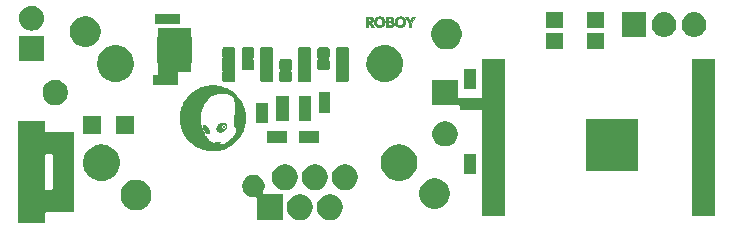
<source format=gbr>
G04 #@! TF.GenerationSoftware,KiCad,Pcbnew,5.0.2-bee76a0~70~ubuntu18.04.1*
G04 #@! TF.CreationDate,2019-02-02T17:17:24+01:00*
G04 #@! TF.ProjectId,roboy_sno,726f626f-795f-4736-9e6f-2e6b69636164,rev?*
G04 #@! TF.SameCoordinates,Original*
G04 #@! TF.FileFunction,Soldermask,Top*
G04 #@! TF.FilePolarity,Negative*
%FSLAX46Y46*%
G04 Gerber Fmt 4.6, Leading zero omitted, Abs format (unit mm)*
G04 Created by KiCad (PCBNEW 5.0.2-bee76a0~70~ubuntu18.04.1) date Sa 02 Feb 2019 17:17:24 CET*
%MOMM*%
%LPD*%
G01*
G04 APERTURE LIST*
%ADD10C,0.010000*%
%ADD11C,0.060000*%
%ADD12C,0.100000*%
G04 APERTURE END LIST*
D10*
G04 #@! TO.C,G\002A\002A\002A*
G36*
X96911411Y-128147658D02*
X96960303Y-128149034D01*
X97001791Y-128151227D01*
X97004248Y-128151404D01*
X97170730Y-128168617D01*
X97334856Y-128195619D01*
X97496263Y-128232236D01*
X97654589Y-128278297D01*
X97809470Y-128333628D01*
X97960545Y-128398056D01*
X98107451Y-128471410D01*
X98249824Y-128553515D01*
X98387304Y-128644199D01*
X98519526Y-128743290D01*
X98646128Y-128850614D01*
X98766748Y-128965999D01*
X98811488Y-129012506D01*
X98922388Y-129137802D01*
X99024852Y-129268680D01*
X99118766Y-129404894D01*
X99204014Y-129546197D01*
X99280485Y-129692344D01*
X99348064Y-129843091D01*
X99406637Y-129998190D01*
X99456090Y-130157396D01*
X99496310Y-130320465D01*
X99527184Y-130487149D01*
X99541027Y-130587580D01*
X99543688Y-130615614D01*
X99546056Y-130652158D01*
X99548107Y-130695565D01*
X99549818Y-130744188D01*
X99551168Y-130796379D01*
X99552131Y-130850493D01*
X99552687Y-130904881D01*
X99552810Y-130957898D01*
X99552479Y-131007897D01*
X99551671Y-131053229D01*
X99550362Y-131092250D01*
X99548529Y-131123311D01*
X99548521Y-131123409D01*
X99530425Y-131287738D01*
X99502523Y-131449947D01*
X99465024Y-131609636D01*
X99418137Y-131766405D01*
X99362068Y-131919853D01*
X99297026Y-132069580D01*
X99223220Y-132215186D01*
X99140858Y-132356271D01*
X99050147Y-132492433D01*
X98951295Y-132623273D01*
X98844512Y-132748391D01*
X98730005Y-132867385D01*
X98607982Y-132979856D01*
X98563827Y-133017365D01*
X98432339Y-133120164D01*
X98295556Y-133214370D01*
X98153820Y-133299844D01*
X98007475Y-133376444D01*
X97856863Y-133444030D01*
X97702328Y-133502462D01*
X97544213Y-133551599D01*
X97382861Y-133591300D01*
X97218615Y-133621425D01*
X97051818Y-133641834D01*
X97036220Y-133643230D01*
X97004605Y-133645421D01*
X96965273Y-133647283D01*
X96920337Y-133648791D01*
X96871909Y-133649916D01*
X96822102Y-133650634D01*
X96773029Y-133650917D01*
X96726802Y-133650740D01*
X96685534Y-133650076D01*
X96651338Y-133648899D01*
X96638694Y-133648187D01*
X96469062Y-133632042D01*
X96302378Y-133606308D01*
X96138908Y-133571099D01*
X95978916Y-133526529D01*
X95822667Y-133472712D01*
X95670427Y-133409763D01*
X95522461Y-133337796D01*
X95379033Y-133256925D01*
X95240408Y-133167265D01*
X95106852Y-133068929D01*
X94978630Y-132962031D01*
X94917269Y-132906036D01*
X94798879Y-132787867D01*
X94688479Y-132663571D01*
X94586241Y-132533510D01*
X94492338Y-132398048D01*
X94406943Y-132257546D01*
X94330229Y-132112369D01*
X94262370Y-131962880D01*
X94203537Y-131809441D01*
X94153904Y-131652416D01*
X94113644Y-131492168D01*
X94082930Y-131329060D01*
X94061935Y-131163454D01*
X94056484Y-131099168D01*
X94054235Y-131058243D01*
X94052806Y-131009784D01*
X94052158Y-130955741D01*
X94052254Y-130898065D01*
X94052845Y-130854280D01*
X95735866Y-130854280D01*
X95736087Y-130914867D01*
X95736800Y-130967255D01*
X95738154Y-131013398D01*
X95740296Y-131055249D01*
X95743376Y-131094763D01*
X95747541Y-131133895D01*
X95752939Y-131174598D01*
X95759719Y-131218827D01*
X95766683Y-131260680D01*
X95791321Y-131385767D01*
X95823172Y-131515784D01*
X95861644Y-131649155D01*
X95906146Y-131784306D01*
X95956085Y-131919660D01*
X96010869Y-132053644D01*
X96069907Y-132184683D01*
X96132605Y-132311201D01*
X96198373Y-132431623D01*
X96222138Y-132472260D01*
X96247850Y-132514150D01*
X96272392Y-132551070D01*
X96297458Y-132585163D01*
X96324739Y-132618577D01*
X96355927Y-132653455D01*
X96392714Y-132691944D01*
X96406237Y-132705668D01*
X96474539Y-132772063D01*
X96540032Y-132830339D01*
X96604180Y-132881594D01*
X96668445Y-132926927D01*
X96734292Y-132967436D01*
X96803183Y-133004220D01*
X96805625Y-133005432D01*
X96872865Y-133036631D01*
X96940523Y-133063591D01*
X97009818Y-133086574D01*
X97081972Y-133105841D01*
X97158208Y-133121653D01*
X97239746Y-133134271D01*
X97327807Y-133143955D01*
X97423614Y-133150968D01*
X97504301Y-133154743D01*
X97518468Y-133154065D01*
X97539174Y-133151605D01*
X97563042Y-133147805D01*
X97576346Y-133145295D01*
X97682126Y-133118969D01*
X97786227Y-133082724D01*
X97888740Y-133036520D01*
X97989759Y-132980316D01*
X98068715Y-132928715D01*
X98104948Y-132902443D01*
X98145856Y-132871048D01*
X98190005Y-132835764D01*
X98235964Y-132797826D01*
X98282299Y-132758467D01*
X98327577Y-132718921D01*
X98370365Y-132680423D01*
X98409230Y-132644207D01*
X98442740Y-132611506D01*
X98469357Y-132583669D01*
X98519078Y-132526571D01*
X98568026Y-132465833D01*
X98615342Y-132402772D01*
X98660168Y-132338702D01*
X98701646Y-132274939D01*
X98738916Y-132212800D01*
X98771120Y-132153600D01*
X98797399Y-132098654D01*
X98815547Y-132053160D01*
X98827166Y-132016683D01*
X98833669Y-131986920D01*
X98835291Y-131961946D01*
X98832266Y-131939838D01*
X98830229Y-131932655D01*
X98821899Y-131899183D01*
X98815174Y-131855850D01*
X98810045Y-131802582D01*
X98808557Y-131780480D01*
X98806914Y-131757285D01*
X98805091Y-131737827D01*
X98803327Y-131724354D01*
X98802048Y-131719279D01*
X98795985Y-131715091D01*
X98783461Y-131708816D01*
X98771213Y-131703494D01*
X98735191Y-131685805D01*
X98705050Y-131664111D01*
X98680055Y-131637333D01*
X98659472Y-131604396D01*
X98642567Y-131564221D01*
X98628606Y-131515733D01*
X98621731Y-131484200D01*
X98613109Y-131429984D01*
X98606872Y-131367299D01*
X98603003Y-131297547D01*
X98601488Y-131222131D01*
X98602310Y-131142453D01*
X98605454Y-131059917D01*
X98610904Y-130975924D01*
X98618644Y-130891878D01*
X98628658Y-130809181D01*
X98629391Y-130803857D01*
X98637683Y-130752621D01*
X98648851Y-130698523D01*
X98663299Y-130639881D01*
X98681436Y-130575012D01*
X98697507Y-130521894D01*
X98708001Y-130486596D01*
X98714749Y-130460223D01*
X98717856Y-130442298D01*
X98717630Y-130432994D01*
X98716992Y-130425817D01*
X98716273Y-130409339D01*
X98715490Y-130384422D01*
X98714662Y-130351926D01*
X98713807Y-130312708D01*
X98712943Y-130267631D01*
X98712087Y-130217553D01*
X98711258Y-130163335D01*
X98710474Y-130105836D01*
X98710024Y-130069420D01*
X98709099Y-129994866D01*
X98708178Y-129929436D01*
X98707209Y-129872094D01*
X98706143Y-129821802D01*
X98704928Y-129777525D01*
X98703514Y-129738228D01*
X98701851Y-129702872D01*
X98699886Y-129670422D01*
X98697570Y-129639843D01*
X98694853Y-129610097D01*
X98691682Y-129580148D01*
X98688009Y-129548961D01*
X98683781Y-129515498D01*
X98682415Y-129504995D01*
X98673450Y-129442533D01*
X98662637Y-129377182D01*
X98650663Y-129312772D01*
X98638216Y-129253131D01*
X98633201Y-129231220D01*
X98627194Y-129205740D01*
X98621859Y-129183078D01*
X98617719Y-129165465D01*
X98615300Y-129155135D01*
X98615099Y-129154273D01*
X98609514Y-129144596D01*
X98596770Y-129130140D01*
X98578059Y-129111912D01*
X98554573Y-129090920D01*
X98527505Y-129068170D01*
X98498047Y-129044671D01*
X98467391Y-129021430D01*
X98436729Y-128999454D01*
X98412900Y-128983398D01*
X98319663Y-128928561D01*
X98220366Y-128881665D01*
X98114885Y-128842665D01*
X98003099Y-128811515D01*
X97884885Y-128788173D01*
X97874420Y-128786529D01*
X97829797Y-128780994D01*
X97777546Y-128776733D01*
X97720123Y-128773789D01*
X97659984Y-128772208D01*
X97599587Y-128772036D01*
X97541389Y-128773316D01*
X97487846Y-128776094D01*
X97455320Y-128778864D01*
X97318305Y-128796876D01*
X97186889Y-128822248D01*
X97061374Y-128854863D01*
X96942065Y-128894607D01*
X96829262Y-128941362D01*
X96723270Y-128995014D01*
X96624391Y-129055447D01*
X96532928Y-129122544D01*
X96512307Y-129139465D01*
X96479118Y-129168484D01*
X96446726Y-129199428D01*
X96413635Y-129233870D01*
X96378349Y-129273378D01*
X96339372Y-129319524D01*
X96330517Y-129330280D01*
X96226906Y-129462732D01*
X96133379Y-129595187D01*
X96049858Y-129727797D01*
X95976268Y-129860716D01*
X95912533Y-129994098D01*
X95858577Y-130128098D01*
X95814324Y-130262867D01*
X95779697Y-130398561D01*
X95764339Y-130475820D01*
X95756862Y-130518964D01*
X95750787Y-130557561D01*
X95745975Y-130593452D01*
X95742287Y-130628477D01*
X95739585Y-130664477D01*
X95737730Y-130703291D01*
X95736585Y-130746762D01*
X95736009Y-130796729D01*
X95735866Y-130854280D01*
X94052845Y-130854280D01*
X94053056Y-130838704D01*
X94054526Y-130779611D01*
X94056624Y-130722735D01*
X94059314Y-130670027D01*
X94062556Y-130623437D01*
X94066314Y-130584915D01*
X94066582Y-130582680D01*
X94092056Y-130413148D01*
X94126728Y-130247926D01*
X94170629Y-130086938D01*
X94223792Y-129930112D01*
X94286249Y-129777374D01*
X94358030Y-129628650D01*
X94439169Y-129483866D01*
X94529697Y-129342948D01*
X94629646Y-129205822D01*
X94697157Y-129121718D01*
X94722254Y-129092734D01*
X94753460Y-129058564D01*
X94789254Y-129020728D01*
X94828116Y-128980747D01*
X94868523Y-128940143D01*
X94908955Y-128900438D01*
X94947890Y-128863151D01*
X94983808Y-128829805D01*
X95015186Y-128801920D01*
X95026798Y-128792077D01*
X95143126Y-128699763D01*
X95260135Y-128616075D01*
X95379986Y-128539586D01*
X95504836Y-128468870D01*
X95557940Y-128441230D01*
X95703201Y-128372517D01*
X95850453Y-128313076D01*
X96000545Y-128262650D01*
X96154324Y-128220984D01*
X96312640Y-128187823D01*
X96476342Y-128162911D01*
X96487760Y-128161502D01*
X96525674Y-128157711D01*
X96571787Y-128154433D01*
X96624148Y-128151705D01*
X96680806Y-128149566D01*
X96739812Y-128148054D01*
X96799215Y-128147206D01*
X96857065Y-128147062D01*
X96911411Y-128147658D01*
X96911411Y-128147658D01*
G37*
X96911411Y-128147658D02*
X96960303Y-128149034D01*
X97001791Y-128151227D01*
X97004248Y-128151404D01*
X97170730Y-128168617D01*
X97334856Y-128195619D01*
X97496263Y-128232236D01*
X97654589Y-128278297D01*
X97809470Y-128333628D01*
X97960545Y-128398056D01*
X98107451Y-128471410D01*
X98249824Y-128553515D01*
X98387304Y-128644199D01*
X98519526Y-128743290D01*
X98646128Y-128850614D01*
X98766748Y-128965999D01*
X98811488Y-129012506D01*
X98922388Y-129137802D01*
X99024852Y-129268680D01*
X99118766Y-129404894D01*
X99204014Y-129546197D01*
X99280485Y-129692344D01*
X99348064Y-129843091D01*
X99406637Y-129998190D01*
X99456090Y-130157396D01*
X99496310Y-130320465D01*
X99527184Y-130487149D01*
X99541027Y-130587580D01*
X99543688Y-130615614D01*
X99546056Y-130652158D01*
X99548107Y-130695565D01*
X99549818Y-130744188D01*
X99551168Y-130796379D01*
X99552131Y-130850493D01*
X99552687Y-130904881D01*
X99552810Y-130957898D01*
X99552479Y-131007897D01*
X99551671Y-131053229D01*
X99550362Y-131092250D01*
X99548529Y-131123311D01*
X99548521Y-131123409D01*
X99530425Y-131287738D01*
X99502523Y-131449947D01*
X99465024Y-131609636D01*
X99418137Y-131766405D01*
X99362068Y-131919853D01*
X99297026Y-132069580D01*
X99223220Y-132215186D01*
X99140858Y-132356271D01*
X99050147Y-132492433D01*
X98951295Y-132623273D01*
X98844512Y-132748391D01*
X98730005Y-132867385D01*
X98607982Y-132979856D01*
X98563827Y-133017365D01*
X98432339Y-133120164D01*
X98295556Y-133214370D01*
X98153820Y-133299844D01*
X98007475Y-133376444D01*
X97856863Y-133444030D01*
X97702328Y-133502462D01*
X97544213Y-133551599D01*
X97382861Y-133591300D01*
X97218615Y-133621425D01*
X97051818Y-133641834D01*
X97036220Y-133643230D01*
X97004605Y-133645421D01*
X96965273Y-133647283D01*
X96920337Y-133648791D01*
X96871909Y-133649916D01*
X96822102Y-133650634D01*
X96773029Y-133650917D01*
X96726802Y-133650740D01*
X96685534Y-133650076D01*
X96651338Y-133648899D01*
X96638694Y-133648187D01*
X96469062Y-133632042D01*
X96302378Y-133606308D01*
X96138908Y-133571099D01*
X95978916Y-133526529D01*
X95822667Y-133472712D01*
X95670427Y-133409763D01*
X95522461Y-133337796D01*
X95379033Y-133256925D01*
X95240408Y-133167265D01*
X95106852Y-133068929D01*
X94978630Y-132962031D01*
X94917269Y-132906036D01*
X94798879Y-132787867D01*
X94688479Y-132663571D01*
X94586241Y-132533510D01*
X94492338Y-132398048D01*
X94406943Y-132257546D01*
X94330229Y-132112369D01*
X94262370Y-131962880D01*
X94203537Y-131809441D01*
X94153904Y-131652416D01*
X94113644Y-131492168D01*
X94082930Y-131329060D01*
X94061935Y-131163454D01*
X94056484Y-131099168D01*
X94054235Y-131058243D01*
X94052806Y-131009784D01*
X94052158Y-130955741D01*
X94052254Y-130898065D01*
X94052845Y-130854280D01*
X95735866Y-130854280D01*
X95736087Y-130914867D01*
X95736800Y-130967255D01*
X95738154Y-131013398D01*
X95740296Y-131055249D01*
X95743376Y-131094763D01*
X95747541Y-131133895D01*
X95752939Y-131174598D01*
X95759719Y-131218827D01*
X95766683Y-131260680D01*
X95791321Y-131385767D01*
X95823172Y-131515784D01*
X95861644Y-131649155D01*
X95906146Y-131784306D01*
X95956085Y-131919660D01*
X96010869Y-132053644D01*
X96069907Y-132184683D01*
X96132605Y-132311201D01*
X96198373Y-132431623D01*
X96222138Y-132472260D01*
X96247850Y-132514150D01*
X96272392Y-132551070D01*
X96297458Y-132585163D01*
X96324739Y-132618577D01*
X96355927Y-132653455D01*
X96392714Y-132691944D01*
X96406237Y-132705668D01*
X96474539Y-132772063D01*
X96540032Y-132830339D01*
X96604180Y-132881594D01*
X96668445Y-132926927D01*
X96734292Y-132967436D01*
X96803183Y-133004220D01*
X96805625Y-133005432D01*
X96872865Y-133036631D01*
X96940523Y-133063591D01*
X97009818Y-133086574D01*
X97081972Y-133105841D01*
X97158208Y-133121653D01*
X97239746Y-133134271D01*
X97327807Y-133143955D01*
X97423614Y-133150968D01*
X97504301Y-133154743D01*
X97518468Y-133154065D01*
X97539174Y-133151605D01*
X97563042Y-133147805D01*
X97576346Y-133145295D01*
X97682126Y-133118969D01*
X97786227Y-133082724D01*
X97888740Y-133036520D01*
X97989759Y-132980316D01*
X98068715Y-132928715D01*
X98104948Y-132902443D01*
X98145856Y-132871048D01*
X98190005Y-132835764D01*
X98235964Y-132797826D01*
X98282299Y-132758467D01*
X98327577Y-132718921D01*
X98370365Y-132680423D01*
X98409230Y-132644207D01*
X98442740Y-132611506D01*
X98469357Y-132583669D01*
X98519078Y-132526571D01*
X98568026Y-132465833D01*
X98615342Y-132402772D01*
X98660168Y-132338702D01*
X98701646Y-132274939D01*
X98738916Y-132212800D01*
X98771120Y-132153600D01*
X98797399Y-132098654D01*
X98815547Y-132053160D01*
X98827166Y-132016683D01*
X98833669Y-131986920D01*
X98835291Y-131961946D01*
X98832266Y-131939838D01*
X98830229Y-131932655D01*
X98821899Y-131899183D01*
X98815174Y-131855850D01*
X98810045Y-131802582D01*
X98808557Y-131780480D01*
X98806914Y-131757285D01*
X98805091Y-131737827D01*
X98803327Y-131724354D01*
X98802048Y-131719279D01*
X98795985Y-131715091D01*
X98783461Y-131708816D01*
X98771213Y-131703494D01*
X98735191Y-131685805D01*
X98705050Y-131664111D01*
X98680055Y-131637333D01*
X98659472Y-131604396D01*
X98642567Y-131564221D01*
X98628606Y-131515733D01*
X98621731Y-131484200D01*
X98613109Y-131429984D01*
X98606872Y-131367299D01*
X98603003Y-131297547D01*
X98601488Y-131222131D01*
X98602310Y-131142453D01*
X98605454Y-131059917D01*
X98610904Y-130975924D01*
X98618644Y-130891878D01*
X98628658Y-130809181D01*
X98629391Y-130803857D01*
X98637683Y-130752621D01*
X98648851Y-130698523D01*
X98663299Y-130639881D01*
X98681436Y-130575012D01*
X98697507Y-130521894D01*
X98708001Y-130486596D01*
X98714749Y-130460223D01*
X98717856Y-130442298D01*
X98717630Y-130432994D01*
X98716992Y-130425817D01*
X98716273Y-130409339D01*
X98715490Y-130384422D01*
X98714662Y-130351926D01*
X98713807Y-130312708D01*
X98712943Y-130267631D01*
X98712087Y-130217553D01*
X98711258Y-130163335D01*
X98710474Y-130105836D01*
X98710024Y-130069420D01*
X98709099Y-129994866D01*
X98708178Y-129929436D01*
X98707209Y-129872094D01*
X98706143Y-129821802D01*
X98704928Y-129777525D01*
X98703514Y-129738228D01*
X98701851Y-129702872D01*
X98699886Y-129670422D01*
X98697570Y-129639843D01*
X98694853Y-129610097D01*
X98691682Y-129580148D01*
X98688009Y-129548961D01*
X98683781Y-129515498D01*
X98682415Y-129504995D01*
X98673450Y-129442533D01*
X98662637Y-129377182D01*
X98650663Y-129312772D01*
X98638216Y-129253131D01*
X98633201Y-129231220D01*
X98627194Y-129205740D01*
X98621859Y-129183078D01*
X98617719Y-129165465D01*
X98615300Y-129155135D01*
X98615099Y-129154273D01*
X98609514Y-129144596D01*
X98596770Y-129130140D01*
X98578059Y-129111912D01*
X98554573Y-129090920D01*
X98527505Y-129068170D01*
X98498047Y-129044671D01*
X98467391Y-129021430D01*
X98436729Y-128999454D01*
X98412900Y-128983398D01*
X98319663Y-128928561D01*
X98220366Y-128881665D01*
X98114885Y-128842665D01*
X98003099Y-128811515D01*
X97884885Y-128788173D01*
X97874420Y-128786529D01*
X97829797Y-128780994D01*
X97777546Y-128776733D01*
X97720123Y-128773789D01*
X97659984Y-128772208D01*
X97599587Y-128772036D01*
X97541389Y-128773316D01*
X97487846Y-128776094D01*
X97455320Y-128778864D01*
X97318305Y-128796876D01*
X97186889Y-128822248D01*
X97061374Y-128854863D01*
X96942065Y-128894607D01*
X96829262Y-128941362D01*
X96723270Y-128995014D01*
X96624391Y-129055447D01*
X96532928Y-129122544D01*
X96512307Y-129139465D01*
X96479118Y-129168484D01*
X96446726Y-129199428D01*
X96413635Y-129233870D01*
X96378349Y-129273378D01*
X96339372Y-129319524D01*
X96330517Y-129330280D01*
X96226906Y-129462732D01*
X96133379Y-129595187D01*
X96049858Y-129727797D01*
X95976268Y-129860716D01*
X95912533Y-129994098D01*
X95858577Y-130128098D01*
X95814324Y-130262867D01*
X95779697Y-130398561D01*
X95764339Y-130475820D01*
X95756862Y-130518964D01*
X95750787Y-130557561D01*
X95745975Y-130593452D01*
X95742287Y-130628477D01*
X95739585Y-130664477D01*
X95737730Y-130703291D01*
X95736585Y-130746762D01*
X95736009Y-130796729D01*
X95735866Y-130854280D01*
X94052845Y-130854280D01*
X94053056Y-130838704D01*
X94054526Y-130779611D01*
X94056624Y-130722735D01*
X94059314Y-130670027D01*
X94062556Y-130623437D01*
X94066314Y-130584915D01*
X94066582Y-130582680D01*
X94092056Y-130413148D01*
X94126728Y-130247926D01*
X94170629Y-130086938D01*
X94223792Y-129930112D01*
X94286249Y-129777374D01*
X94358030Y-129628650D01*
X94439169Y-129483866D01*
X94529697Y-129342948D01*
X94629646Y-129205822D01*
X94697157Y-129121718D01*
X94722254Y-129092734D01*
X94753460Y-129058564D01*
X94789254Y-129020728D01*
X94828116Y-128980747D01*
X94868523Y-128940143D01*
X94908955Y-128900438D01*
X94947890Y-128863151D01*
X94983808Y-128829805D01*
X95015186Y-128801920D01*
X95026798Y-128792077D01*
X95143126Y-128699763D01*
X95260135Y-128616075D01*
X95379986Y-128539586D01*
X95504836Y-128468870D01*
X95557940Y-128441230D01*
X95703201Y-128372517D01*
X95850453Y-128313076D01*
X96000545Y-128262650D01*
X96154324Y-128220984D01*
X96312640Y-128187823D01*
X96476342Y-128162911D01*
X96487760Y-128161502D01*
X96525674Y-128157711D01*
X96571787Y-128154433D01*
X96624148Y-128151705D01*
X96680806Y-128149566D01*
X96739812Y-128148054D01*
X96799215Y-128147206D01*
X96857065Y-128147062D01*
X96911411Y-128147658D01*
G36*
X96324466Y-131829926D02*
X96339554Y-131841333D01*
X96341789Y-131843610D01*
X96357997Y-131864076D01*
X96371303Y-131887188D01*
X96381395Y-131911348D01*
X96387961Y-131934960D01*
X96390691Y-131956426D01*
X96389274Y-131974150D01*
X96383397Y-131986535D01*
X96372750Y-131991983D01*
X96370740Y-131992103D01*
X96363319Y-131989690D01*
X96351818Y-131983702D01*
X96350097Y-131982671D01*
X96333099Y-131967908D01*
X96317367Y-131946401D01*
X96303917Y-131920683D01*
X96293764Y-131893289D01*
X96287921Y-131866754D01*
X96287405Y-131843613D01*
X96290003Y-131832595D01*
X96297422Y-131825074D01*
X96309666Y-131824345D01*
X96324466Y-131829926D01*
X96324466Y-131829926D01*
G37*
X96324466Y-131829926D02*
X96339554Y-131841333D01*
X96341789Y-131843610D01*
X96357997Y-131864076D01*
X96371303Y-131887188D01*
X96381395Y-131911348D01*
X96387961Y-131934960D01*
X96390691Y-131956426D01*
X96389274Y-131974150D01*
X96383397Y-131986535D01*
X96372750Y-131991983D01*
X96370740Y-131992103D01*
X96363319Y-131989690D01*
X96351818Y-131983702D01*
X96350097Y-131982671D01*
X96333099Y-131967908D01*
X96317367Y-131946401D01*
X96303917Y-131920683D01*
X96293764Y-131893289D01*
X96287921Y-131866754D01*
X96287405Y-131843613D01*
X96290003Y-131832595D01*
X96297422Y-131825074D01*
X96309666Y-131824345D01*
X96324466Y-131829926D01*
G36*
X97763667Y-131551102D02*
X97776744Y-131554493D01*
X97788048Y-131561622D01*
X97790392Y-131563545D01*
X97809692Y-131585382D01*
X97819619Y-131609859D01*
X97819926Y-131635768D01*
X97810441Y-131661765D01*
X97796012Y-131680859D01*
X97777537Y-131692325D01*
X97753024Y-131697210D01*
X97742228Y-131697560D01*
X97724829Y-131696947D01*
X97713155Y-131693934D01*
X97702794Y-131686758D01*
X97693903Y-131678259D01*
X97677278Y-131655369D01*
X97669936Y-131630434D01*
X97671832Y-131605206D01*
X97682919Y-131581436D01*
X97696859Y-131565951D01*
X97708713Y-131556754D01*
X97720030Y-131552033D01*
X97735130Y-131550369D01*
X97744667Y-131550240D01*
X97763667Y-131551102D01*
X97763667Y-131551102D01*
G37*
X97763667Y-131551102D02*
X97776744Y-131554493D01*
X97788048Y-131561622D01*
X97790392Y-131563545D01*
X97809692Y-131585382D01*
X97819619Y-131609859D01*
X97819926Y-131635768D01*
X97810441Y-131661765D01*
X97796012Y-131680859D01*
X97777537Y-131692325D01*
X97753024Y-131697210D01*
X97742228Y-131697560D01*
X97724829Y-131696947D01*
X97713155Y-131693934D01*
X97702794Y-131686758D01*
X97693903Y-131678259D01*
X97677278Y-131655369D01*
X97669936Y-131630434D01*
X97671832Y-131605206D01*
X97682919Y-131581436D01*
X97696859Y-131565951D01*
X97708713Y-131556754D01*
X97720030Y-131552033D01*
X97735130Y-131550369D01*
X97744667Y-131550240D01*
X97763667Y-131551102D01*
G36*
X97718423Y-131301777D02*
X97756263Y-131305066D01*
X97776759Y-131308897D01*
X97828390Y-131325874D01*
X97873060Y-131349654D01*
X97910646Y-131379527D01*
X97941024Y-131414781D01*
X97964071Y-131454703D01*
X97979661Y-131498583D01*
X97987672Y-131545708D01*
X97987980Y-131595366D01*
X97980461Y-131646846D01*
X97964990Y-131699436D01*
X97941445Y-131752424D01*
X97909701Y-131805099D01*
X97871669Y-131854398D01*
X97822024Y-131905506D01*
X97767034Y-131950255D01*
X97707863Y-131988142D01*
X97645678Y-132018666D01*
X97581645Y-132041325D01*
X97516929Y-132055617D01*
X97452695Y-132061041D01*
X97398218Y-132058169D01*
X97343393Y-132047107D01*
X97294297Y-132028036D01*
X97251371Y-132001148D01*
X97232887Y-131985333D01*
X97201140Y-131951436D01*
X97178000Y-131916962D01*
X97162118Y-131879320D01*
X97152141Y-131835916D01*
X97150986Y-131828145D01*
X97148426Y-131773755D01*
X97155286Y-131718691D01*
X97170934Y-131663752D01*
X97184275Y-131633475D01*
X97549164Y-131633475D01*
X97551545Y-131655112D01*
X97564506Y-131699304D01*
X97585689Y-131738657D01*
X97614198Y-131772122D01*
X97649137Y-131798653D01*
X97689610Y-131817204D01*
X97690453Y-131817481D01*
X97710411Y-131821460D01*
X97737461Y-131823152D01*
X97755684Y-131822976D01*
X97779938Y-131821571D01*
X97798324Y-131818634D01*
X97815122Y-131813176D01*
X97832690Y-131805155D01*
X97869679Y-131781788D01*
X97900282Y-131751948D01*
X97923754Y-131717048D01*
X97939349Y-131678504D01*
X97946322Y-131637728D01*
X97943925Y-131596134D01*
X97943670Y-131594722D01*
X97930966Y-131552824D01*
X97909644Y-131514438D01*
X97880985Y-131481215D01*
X97846270Y-131454806D01*
X97827445Y-131444858D01*
X97797518Y-131435350D01*
X97762396Y-131430786D01*
X97725790Y-131431225D01*
X97691413Y-131436724D01*
X97673531Y-131442426D01*
X97638383Y-131461486D01*
X97607691Y-131487944D01*
X97582440Y-131520087D01*
X97563613Y-131556199D01*
X97552193Y-131594567D01*
X97549164Y-131633475D01*
X97184275Y-131633475D01*
X97194736Y-131609736D01*
X97226061Y-131557441D01*
X97264274Y-131507666D01*
X97308745Y-131461207D01*
X97358840Y-131418864D01*
X97413926Y-131381434D01*
X97473370Y-131349716D01*
X97536541Y-131324507D01*
X97554886Y-131318701D01*
X97591263Y-131310238D01*
X97632757Y-131304503D01*
X97676199Y-131301636D01*
X97718423Y-131301777D01*
X97718423Y-131301777D01*
G37*
X97718423Y-131301777D02*
X97756263Y-131305066D01*
X97776759Y-131308897D01*
X97828390Y-131325874D01*
X97873060Y-131349654D01*
X97910646Y-131379527D01*
X97941024Y-131414781D01*
X97964071Y-131454703D01*
X97979661Y-131498583D01*
X97987672Y-131545708D01*
X97987980Y-131595366D01*
X97980461Y-131646846D01*
X97964990Y-131699436D01*
X97941445Y-131752424D01*
X97909701Y-131805099D01*
X97871669Y-131854398D01*
X97822024Y-131905506D01*
X97767034Y-131950255D01*
X97707863Y-131988142D01*
X97645678Y-132018666D01*
X97581645Y-132041325D01*
X97516929Y-132055617D01*
X97452695Y-132061041D01*
X97398218Y-132058169D01*
X97343393Y-132047107D01*
X97294297Y-132028036D01*
X97251371Y-132001148D01*
X97232887Y-131985333D01*
X97201140Y-131951436D01*
X97178000Y-131916962D01*
X97162118Y-131879320D01*
X97152141Y-131835916D01*
X97150986Y-131828145D01*
X97148426Y-131773755D01*
X97155286Y-131718691D01*
X97170934Y-131663752D01*
X97184275Y-131633475D01*
X97549164Y-131633475D01*
X97551545Y-131655112D01*
X97564506Y-131699304D01*
X97585689Y-131738657D01*
X97614198Y-131772122D01*
X97649137Y-131798653D01*
X97689610Y-131817204D01*
X97690453Y-131817481D01*
X97710411Y-131821460D01*
X97737461Y-131823152D01*
X97755684Y-131822976D01*
X97779938Y-131821571D01*
X97798324Y-131818634D01*
X97815122Y-131813176D01*
X97832690Y-131805155D01*
X97869679Y-131781788D01*
X97900282Y-131751948D01*
X97923754Y-131717048D01*
X97939349Y-131678504D01*
X97946322Y-131637728D01*
X97943925Y-131596134D01*
X97943670Y-131594722D01*
X97930966Y-131552824D01*
X97909644Y-131514438D01*
X97880985Y-131481215D01*
X97846270Y-131454806D01*
X97827445Y-131444858D01*
X97797518Y-131435350D01*
X97762396Y-131430786D01*
X97725790Y-131431225D01*
X97691413Y-131436724D01*
X97673531Y-131442426D01*
X97638383Y-131461486D01*
X97607691Y-131487944D01*
X97582440Y-131520087D01*
X97563613Y-131556199D01*
X97552193Y-131594567D01*
X97549164Y-131633475D01*
X97184275Y-131633475D01*
X97194736Y-131609736D01*
X97226061Y-131557441D01*
X97264274Y-131507666D01*
X97308745Y-131461207D01*
X97358840Y-131418864D01*
X97413926Y-131381434D01*
X97473370Y-131349716D01*
X97536541Y-131324507D01*
X97554886Y-131318701D01*
X97591263Y-131310238D01*
X97632757Y-131304503D01*
X97676199Y-131301636D01*
X97718423Y-131301777D01*
G36*
X96093665Y-131492400D02*
X96111199Y-131494815D01*
X96127879Y-131500076D01*
X96146678Y-131508404D01*
X96196544Y-131536810D01*
X96246028Y-131574026D01*
X96294186Y-131618713D01*
X96340077Y-131669536D01*
X96382757Y-131725158D01*
X96421285Y-131784244D01*
X96454717Y-131845456D01*
X96482112Y-131907459D01*
X96502526Y-131968917D01*
X96515018Y-132028492D01*
X96515381Y-132031129D01*
X96518149Y-132074196D01*
X96514456Y-132112257D01*
X96504593Y-132144427D01*
X96488853Y-132169822D01*
X96467525Y-132187556D01*
X96463187Y-132189832D01*
X96435219Y-132198318D01*
X96403409Y-132199581D01*
X96371189Y-132193488D01*
X96370740Y-132193346D01*
X96327203Y-132175057D01*
X96282270Y-132147842D01*
X96236881Y-132112665D01*
X96191976Y-132070487D01*
X96148495Y-132022272D01*
X96107378Y-131968982D01*
X96069565Y-131911579D01*
X96035996Y-131851026D01*
X96035540Y-131850119D01*
X96010181Y-131795845D01*
X96001711Y-131773574D01*
X96155284Y-131773574D01*
X96155543Y-131801315D01*
X96158121Y-131829311D01*
X96162567Y-131852702D01*
X96172407Y-131882865D01*
X96186999Y-131917156D01*
X96204535Y-131951944D01*
X96223208Y-131983596D01*
X96238382Y-132005022D01*
X96269895Y-132040806D01*
X96301152Y-132068895D01*
X96331506Y-132089000D01*
X96360309Y-132100834D01*
X96386913Y-132104109D01*
X96410670Y-132098538D01*
X96426133Y-132088466D01*
X96440767Y-132071999D01*
X96450019Y-132052003D01*
X96454606Y-132026313D01*
X96455402Y-132000316D01*
X96451584Y-131961085D01*
X96441587Y-131920767D01*
X96426265Y-131880451D01*
X96406466Y-131841228D01*
X96383042Y-131804188D01*
X96356844Y-131770421D01*
X96328723Y-131741018D01*
X96299529Y-131717069D01*
X96270113Y-131699664D01*
X96241326Y-131689894D01*
X96214019Y-131688849D01*
X96212521Y-131689075D01*
X96190226Y-131697610D01*
X96171870Y-131714429D01*
X96161805Y-131731686D01*
X96157365Y-131749295D01*
X96155284Y-131773574D01*
X96001711Y-131773574D01*
X95991505Y-131746742D01*
X95978956Y-131700850D01*
X95971980Y-131656209D01*
X95970024Y-131618820D01*
X95970147Y-131593734D01*
X95971356Y-131575780D01*
X95974108Y-131561950D01*
X95978861Y-131549235D01*
X95981443Y-131543751D01*
X95992212Y-131526421D01*
X96005671Y-131510733D01*
X96011471Y-131505651D01*
X96021774Y-131498608D01*
X96031873Y-131494452D01*
X96044939Y-131492443D01*
X96064145Y-131491838D01*
X96070641Y-131491820D01*
X96093665Y-131492400D01*
X96093665Y-131492400D01*
G37*
X96093665Y-131492400D02*
X96111199Y-131494815D01*
X96127879Y-131500076D01*
X96146678Y-131508404D01*
X96196544Y-131536810D01*
X96246028Y-131574026D01*
X96294186Y-131618713D01*
X96340077Y-131669536D01*
X96382757Y-131725158D01*
X96421285Y-131784244D01*
X96454717Y-131845456D01*
X96482112Y-131907459D01*
X96502526Y-131968917D01*
X96515018Y-132028492D01*
X96515381Y-132031129D01*
X96518149Y-132074196D01*
X96514456Y-132112257D01*
X96504593Y-132144427D01*
X96488853Y-132169822D01*
X96467525Y-132187556D01*
X96463187Y-132189832D01*
X96435219Y-132198318D01*
X96403409Y-132199581D01*
X96371189Y-132193488D01*
X96370740Y-132193346D01*
X96327203Y-132175057D01*
X96282270Y-132147842D01*
X96236881Y-132112665D01*
X96191976Y-132070487D01*
X96148495Y-132022272D01*
X96107378Y-131968982D01*
X96069565Y-131911579D01*
X96035996Y-131851026D01*
X96035540Y-131850119D01*
X96010181Y-131795845D01*
X96001711Y-131773574D01*
X96155284Y-131773574D01*
X96155543Y-131801315D01*
X96158121Y-131829311D01*
X96162567Y-131852702D01*
X96172407Y-131882865D01*
X96186999Y-131917156D01*
X96204535Y-131951944D01*
X96223208Y-131983596D01*
X96238382Y-132005022D01*
X96269895Y-132040806D01*
X96301152Y-132068895D01*
X96331506Y-132089000D01*
X96360309Y-132100834D01*
X96386913Y-132104109D01*
X96410670Y-132098538D01*
X96426133Y-132088466D01*
X96440767Y-132071999D01*
X96450019Y-132052003D01*
X96454606Y-132026313D01*
X96455402Y-132000316D01*
X96451584Y-131961085D01*
X96441587Y-131920767D01*
X96426265Y-131880451D01*
X96406466Y-131841228D01*
X96383042Y-131804188D01*
X96356844Y-131770421D01*
X96328723Y-131741018D01*
X96299529Y-131717069D01*
X96270113Y-131699664D01*
X96241326Y-131689894D01*
X96214019Y-131688849D01*
X96212521Y-131689075D01*
X96190226Y-131697610D01*
X96171870Y-131714429D01*
X96161805Y-131731686D01*
X96157365Y-131749295D01*
X96155284Y-131773574D01*
X96001711Y-131773574D01*
X95991505Y-131746742D01*
X95978956Y-131700850D01*
X95971980Y-131656209D01*
X95970024Y-131618820D01*
X95970147Y-131593734D01*
X95971356Y-131575780D01*
X95974108Y-131561950D01*
X95978861Y-131549235D01*
X95981443Y-131543751D01*
X95992212Y-131526421D01*
X96005671Y-131510733D01*
X96011471Y-131505651D01*
X96021774Y-131498608D01*
X96031873Y-131494452D01*
X96044939Y-131492443D01*
X96064145Y-131491838D01*
X96070641Y-131491820D01*
X96093665Y-131492400D01*
D11*
G36*
X97424692Y-132931830D02*
X97428884Y-132937238D01*
X97429842Y-132945434D01*
X97425424Y-132950854D01*
X97413375Y-132958710D01*
X97395655Y-132968093D01*
X97374225Y-132978090D01*
X97351046Y-132987791D01*
X97328078Y-132996284D01*
X97307282Y-133002659D01*
X97305917Y-133003013D01*
X97262856Y-133010486D01*
X97214361Y-133012860D01*
X97163785Y-133010138D01*
X97117500Y-133002965D01*
X97090200Y-132997186D01*
X97071309Y-132992973D01*
X97059286Y-132989840D01*
X97052588Y-132987302D01*
X97049673Y-132984876D01*
X97048999Y-132982076D01*
X97048997Y-132981433D01*
X97050026Y-132973727D01*
X97053898Y-132969084D01*
X97062140Y-132967369D01*
X97076276Y-132968449D01*
X97097832Y-132972190D01*
X97114960Y-132975657D01*
X97173922Y-132985109D01*
X97227388Y-132987441D01*
X97277312Y-132982442D01*
X97325646Y-132969901D01*
X97374342Y-132949609D01*
X97379221Y-132947188D01*
X97401207Y-132936758D01*
X97415915Y-132931654D01*
X97424692Y-132931830D01*
X97424692Y-132931830D01*
G37*
X97424692Y-132931830D02*
X97428884Y-132937238D01*
X97429842Y-132945434D01*
X97425424Y-132950854D01*
X97413375Y-132958710D01*
X97395655Y-132968093D01*
X97374225Y-132978090D01*
X97351046Y-132987791D01*
X97328078Y-132996284D01*
X97307282Y-133002659D01*
X97305917Y-133003013D01*
X97262856Y-133010486D01*
X97214361Y-133012860D01*
X97163785Y-133010138D01*
X97117500Y-133002965D01*
X97090200Y-132997186D01*
X97071309Y-132992973D01*
X97059286Y-132989840D01*
X97052588Y-132987302D01*
X97049673Y-132984876D01*
X97048999Y-132982076D01*
X97048997Y-132981433D01*
X97050026Y-132973727D01*
X97053898Y-132969084D01*
X97062140Y-132967369D01*
X97076276Y-132968449D01*
X97097832Y-132972190D01*
X97114960Y-132975657D01*
X97173922Y-132985109D01*
X97227388Y-132987441D01*
X97277312Y-132982442D01*
X97325646Y-132969901D01*
X97374342Y-132949609D01*
X97379221Y-132947188D01*
X97401207Y-132936758D01*
X97415915Y-132931654D01*
X97424692Y-132931830D01*
D10*
G36*
X110980464Y-122317437D02*
X111003725Y-122318815D01*
X111024737Y-122321500D01*
X111038626Y-122324046D01*
X111102383Y-122341768D01*
X111161523Y-122368078D01*
X111215205Y-122402525D01*
X111261520Y-122443551D01*
X111301121Y-122491609D01*
X111332950Y-122545013D01*
X111357011Y-122602600D01*
X111373308Y-122663207D01*
X111381845Y-122725670D01*
X111382628Y-122788826D01*
X111375661Y-122851511D01*
X111360949Y-122912562D01*
X111338495Y-122970815D01*
X111308306Y-123025106D01*
X111270385Y-123074273D01*
X111258980Y-123086357D01*
X111209844Y-123129210D01*
X111155582Y-123163308D01*
X111096438Y-123188521D01*
X111039158Y-123203523D01*
X111014182Y-123206900D01*
X110982717Y-123209082D01*
X110947634Y-123210076D01*
X110911800Y-123209885D01*
X110878085Y-123208515D01*
X110849356Y-123205970D01*
X110832260Y-123203174D01*
X110768316Y-123184532D01*
X110710699Y-123158156D01*
X110658790Y-123123729D01*
X110630832Y-123099739D01*
X110586314Y-123051872D01*
X110550719Y-122999956D01*
X110523861Y-122943532D01*
X110505551Y-122882142D01*
X110495603Y-122815327D01*
X110493540Y-122764324D01*
X110665136Y-122764324D01*
X110666173Y-122801399D01*
X110669199Y-122835373D01*
X110673827Y-122861435D01*
X110691023Y-122912627D01*
X110715704Y-122957780D01*
X110747281Y-122996260D01*
X110785167Y-123027433D01*
X110828772Y-123050663D01*
X110858631Y-123060856D01*
X110881172Y-123064985D01*
X110910054Y-123067351D01*
X110941882Y-123067966D01*
X110973259Y-123066839D01*
X111000787Y-123063981D01*
X111018027Y-123060375D01*
X111064962Y-123041635D01*
X111106481Y-123014953D01*
X111141577Y-122981183D01*
X111169242Y-122941182D01*
X111177368Y-122925029D01*
X111189325Y-122896918D01*
X111197838Y-122871407D01*
X111203435Y-122845686D01*
X111206642Y-122816944D01*
X111207987Y-122782371D01*
X111208126Y-122761140D01*
X111207838Y-122730068D01*
X111206830Y-122706427D01*
X111204808Y-122687496D01*
X111201474Y-122670555D01*
X111196532Y-122652883D01*
X111196234Y-122651920D01*
X111176006Y-122600186D01*
X111149880Y-122556624D01*
X111117568Y-122520937D01*
X111078785Y-122492827D01*
X111033243Y-122471997D01*
X111018027Y-122467066D01*
X110994652Y-122462419D01*
X110964841Y-122459752D01*
X110932126Y-122459083D01*
X110900040Y-122460430D01*
X110872116Y-122463812D01*
X110860865Y-122466260D01*
X110812975Y-122483860D01*
X110771306Y-122509466D01*
X110735942Y-122542991D01*
X110706965Y-122584344D01*
X110684458Y-122633438D01*
X110673938Y-122667160D01*
X110669020Y-122693938D01*
X110666086Y-122727415D01*
X110665136Y-122764324D01*
X110493540Y-122764324D01*
X110493513Y-122763680D01*
X110497521Y-122692883D01*
X110509691Y-122627884D01*
X110530245Y-122568147D01*
X110559401Y-122513133D01*
X110597380Y-122462305D01*
X110631552Y-122426829D01*
X110656794Y-122404577D01*
X110681097Y-122386930D01*
X110708799Y-122370902D01*
X110724223Y-122363083D01*
X110755806Y-122348190D01*
X110783095Y-122337135D01*
X110808814Y-122329281D01*
X110835690Y-122323991D01*
X110866448Y-122320628D01*
X110903813Y-122318554D01*
X110916706Y-122318088D01*
X110952332Y-122317237D01*
X110980464Y-122317437D01*
X110980464Y-122317437D01*
G37*
X110980464Y-122317437D02*
X111003725Y-122318815D01*
X111024737Y-122321500D01*
X111038626Y-122324046D01*
X111102383Y-122341768D01*
X111161523Y-122368078D01*
X111215205Y-122402525D01*
X111261520Y-122443551D01*
X111301121Y-122491609D01*
X111332950Y-122545013D01*
X111357011Y-122602600D01*
X111373308Y-122663207D01*
X111381845Y-122725670D01*
X111382628Y-122788826D01*
X111375661Y-122851511D01*
X111360949Y-122912562D01*
X111338495Y-122970815D01*
X111308306Y-123025106D01*
X111270385Y-123074273D01*
X111258980Y-123086357D01*
X111209844Y-123129210D01*
X111155582Y-123163308D01*
X111096438Y-123188521D01*
X111039158Y-123203523D01*
X111014182Y-123206900D01*
X110982717Y-123209082D01*
X110947634Y-123210076D01*
X110911800Y-123209885D01*
X110878085Y-123208515D01*
X110849356Y-123205970D01*
X110832260Y-123203174D01*
X110768316Y-123184532D01*
X110710699Y-123158156D01*
X110658790Y-123123729D01*
X110630832Y-123099739D01*
X110586314Y-123051872D01*
X110550719Y-122999956D01*
X110523861Y-122943532D01*
X110505551Y-122882142D01*
X110495603Y-122815327D01*
X110493540Y-122764324D01*
X110665136Y-122764324D01*
X110666173Y-122801399D01*
X110669199Y-122835373D01*
X110673827Y-122861435D01*
X110691023Y-122912627D01*
X110715704Y-122957780D01*
X110747281Y-122996260D01*
X110785167Y-123027433D01*
X110828772Y-123050663D01*
X110858631Y-123060856D01*
X110881172Y-123064985D01*
X110910054Y-123067351D01*
X110941882Y-123067966D01*
X110973259Y-123066839D01*
X111000787Y-123063981D01*
X111018027Y-123060375D01*
X111064962Y-123041635D01*
X111106481Y-123014953D01*
X111141577Y-122981183D01*
X111169242Y-122941182D01*
X111177368Y-122925029D01*
X111189325Y-122896918D01*
X111197838Y-122871407D01*
X111203435Y-122845686D01*
X111206642Y-122816944D01*
X111207987Y-122782371D01*
X111208126Y-122761140D01*
X111207838Y-122730068D01*
X111206830Y-122706427D01*
X111204808Y-122687496D01*
X111201474Y-122670555D01*
X111196532Y-122652883D01*
X111196234Y-122651920D01*
X111176006Y-122600186D01*
X111149880Y-122556624D01*
X111117568Y-122520937D01*
X111078785Y-122492827D01*
X111033243Y-122471997D01*
X111018027Y-122467066D01*
X110994652Y-122462419D01*
X110964841Y-122459752D01*
X110932126Y-122459083D01*
X110900040Y-122460430D01*
X110872116Y-122463812D01*
X110860865Y-122466260D01*
X110812975Y-122483860D01*
X110771306Y-122509466D01*
X110735942Y-122542991D01*
X110706965Y-122584344D01*
X110684458Y-122633438D01*
X110673938Y-122667160D01*
X110669020Y-122693938D01*
X110666086Y-122727415D01*
X110665136Y-122764324D01*
X110493540Y-122764324D01*
X110493513Y-122763680D01*
X110497521Y-122692883D01*
X110509691Y-122627884D01*
X110530245Y-122568147D01*
X110559401Y-122513133D01*
X110597380Y-122462305D01*
X110631552Y-122426829D01*
X110656794Y-122404577D01*
X110681097Y-122386930D01*
X110708799Y-122370902D01*
X110724223Y-122363083D01*
X110755806Y-122348190D01*
X110783095Y-122337135D01*
X110808814Y-122329281D01*
X110835690Y-122323991D01*
X110866448Y-122320628D01*
X110903813Y-122318554D01*
X110916706Y-122318088D01*
X110952332Y-122317237D01*
X110980464Y-122317437D01*
G36*
X112733064Y-122317437D02*
X112756325Y-122318815D01*
X112777337Y-122321500D01*
X112791226Y-122324046D01*
X112854983Y-122341768D01*
X112914123Y-122368078D01*
X112967805Y-122402525D01*
X113014120Y-122443551D01*
X113053721Y-122491609D01*
X113085550Y-122545013D01*
X113109611Y-122602600D01*
X113125908Y-122663207D01*
X113134445Y-122725670D01*
X113135228Y-122788826D01*
X113128261Y-122851511D01*
X113113549Y-122912562D01*
X113091095Y-122970815D01*
X113060906Y-123025106D01*
X113022985Y-123074273D01*
X113011580Y-123086357D01*
X112962444Y-123129210D01*
X112908182Y-123163308D01*
X112849038Y-123188521D01*
X112791758Y-123203523D01*
X112766782Y-123206900D01*
X112735317Y-123209082D01*
X112700234Y-123210076D01*
X112664400Y-123209885D01*
X112630685Y-123208515D01*
X112601956Y-123205970D01*
X112584860Y-123203174D01*
X112520916Y-123184532D01*
X112463299Y-123158156D01*
X112411390Y-123123729D01*
X112383432Y-123099739D01*
X112338914Y-123051872D01*
X112303319Y-122999956D01*
X112276461Y-122943532D01*
X112258151Y-122882142D01*
X112248203Y-122815327D01*
X112246140Y-122764324D01*
X112417736Y-122764324D01*
X112418773Y-122801399D01*
X112421799Y-122835373D01*
X112426427Y-122861435D01*
X112443623Y-122912627D01*
X112468304Y-122957780D01*
X112499881Y-122996260D01*
X112537767Y-123027433D01*
X112581372Y-123050663D01*
X112611231Y-123060856D01*
X112633772Y-123064985D01*
X112662654Y-123067351D01*
X112694482Y-123067966D01*
X112725859Y-123066839D01*
X112753387Y-123063981D01*
X112770627Y-123060375D01*
X112817562Y-123041635D01*
X112859081Y-123014953D01*
X112894177Y-122981183D01*
X112921842Y-122941182D01*
X112929968Y-122925029D01*
X112941925Y-122896918D01*
X112950438Y-122871407D01*
X112956035Y-122845686D01*
X112959242Y-122816944D01*
X112960587Y-122782371D01*
X112960726Y-122761140D01*
X112960438Y-122730068D01*
X112959430Y-122706427D01*
X112957408Y-122687496D01*
X112954074Y-122670555D01*
X112949132Y-122652883D01*
X112948834Y-122651920D01*
X112928606Y-122600186D01*
X112902480Y-122556624D01*
X112870168Y-122520937D01*
X112831385Y-122492827D01*
X112785843Y-122471997D01*
X112770627Y-122467066D01*
X112747252Y-122462419D01*
X112717441Y-122459752D01*
X112684726Y-122459083D01*
X112652640Y-122460430D01*
X112624716Y-122463812D01*
X112613465Y-122466260D01*
X112565575Y-122483860D01*
X112523906Y-122509466D01*
X112488542Y-122542991D01*
X112459565Y-122584344D01*
X112437058Y-122633438D01*
X112426538Y-122667160D01*
X112421620Y-122693938D01*
X112418686Y-122727415D01*
X112417736Y-122764324D01*
X112246140Y-122764324D01*
X112246113Y-122763680D01*
X112250121Y-122692883D01*
X112262291Y-122627884D01*
X112282845Y-122568147D01*
X112312001Y-122513133D01*
X112349980Y-122462305D01*
X112384152Y-122426829D01*
X112409394Y-122404577D01*
X112433697Y-122386930D01*
X112461399Y-122370902D01*
X112476823Y-122363083D01*
X112508406Y-122348190D01*
X112535695Y-122337135D01*
X112561414Y-122329281D01*
X112588290Y-122323991D01*
X112619048Y-122320628D01*
X112656413Y-122318554D01*
X112669306Y-122318088D01*
X112704932Y-122317237D01*
X112733064Y-122317437D01*
X112733064Y-122317437D01*
G37*
X112733064Y-122317437D02*
X112756325Y-122318815D01*
X112777337Y-122321500D01*
X112791226Y-122324046D01*
X112854983Y-122341768D01*
X112914123Y-122368078D01*
X112967805Y-122402525D01*
X113014120Y-122443551D01*
X113053721Y-122491609D01*
X113085550Y-122545013D01*
X113109611Y-122602600D01*
X113125908Y-122663207D01*
X113134445Y-122725670D01*
X113135228Y-122788826D01*
X113128261Y-122851511D01*
X113113549Y-122912562D01*
X113091095Y-122970815D01*
X113060906Y-123025106D01*
X113022985Y-123074273D01*
X113011580Y-123086357D01*
X112962444Y-123129210D01*
X112908182Y-123163308D01*
X112849038Y-123188521D01*
X112791758Y-123203523D01*
X112766782Y-123206900D01*
X112735317Y-123209082D01*
X112700234Y-123210076D01*
X112664400Y-123209885D01*
X112630685Y-123208515D01*
X112601956Y-123205970D01*
X112584860Y-123203174D01*
X112520916Y-123184532D01*
X112463299Y-123158156D01*
X112411390Y-123123729D01*
X112383432Y-123099739D01*
X112338914Y-123051872D01*
X112303319Y-122999956D01*
X112276461Y-122943532D01*
X112258151Y-122882142D01*
X112248203Y-122815327D01*
X112246140Y-122764324D01*
X112417736Y-122764324D01*
X112418773Y-122801399D01*
X112421799Y-122835373D01*
X112426427Y-122861435D01*
X112443623Y-122912627D01*
X112468304Y-122957780D01*
X112499881Y-122996260D01*
X112537767Y-123027433D01*
X112581372Y-123050663D01*
X112611231Y-123060856D01*
X112633772Y-123064985D01*
X112662654Y-123067351D01*
X112694482Y-123067966D01*
X112725859Y-123066839D01*
X112753387Y-123063981D01*
X112770627Y-123060375D01*
X112817562Y-123041635D01*
X112859081Y-123014953D01*
X112894177Y-122981183D01*
X112921842Y-122941182D01*
X112929968Y-122925029D01*
X112941925Y-122896918D01*
X112950438Y-122871407D01*
X112956035Y-122845686D01*
X112959242Y-122816944D01*
X112960587Y-122782371D01*
X112960726Y-122761140D01*
X112960438Y-122730068D01*
X112959430Y-122706427D01*
X112957408Y-122687496D01*
X112954074Y-122670555D01*
X112949132Y-122652883D01*
X112948834Y-122651920D01*
X112928606Y-122600186D01*
X112902480Y-122556624D01*
X112870168Y-122520937D01*
X112831385Y-122492827D01*
X112785843Y-122471997D01*
X112770627Y-122467066D01*
X112747252Y-122462419D01*
X112717441Y-122459752D01*
X112684726Y-122459083D01*
X112652640Y-122460430D01*
X112624716Y-122463812D01*
X112613465Y-122466260D01*
X112565575Y-122483860D01*
X112523906Y-122509466D01*
X112488542Y-122542991D01*
X112459565Y-122584344D01*
X112437058Y-122633438D01*
X112426538Y-122667160D01*
X112421620Y-122693938D01*
X112418686Y-122727415D01*
X112417736Y-122764324D01*
X112246140Y-122764324D01*
X112246113Y-122763680D01*
X112250121Y-122692883D01*
X112262291Y-122627884D01*
X112282845Y-122568147D01*
X112312001Y-122513133D01*
X112349980Y-122462305D01*
X112384152Y-122426829D01*
X112409394Y-122404577D01*
X112433697Y-122386930D01*
X112461399Y-122370902D01*
X112476823Y-122363083D01*
X112508406Y-122348190D01*
X112535695Y-122337135D01*
X112561414Y-122329281D01*
X112588290Y-122323991D01*
X112619048Y-122320628D01*
X112656413Y-122318554D01*
X112669306Y-122318088D01*
X112704932Y-122317237D01*
X112733064Y-122317437D01*
G36*
X109975010Y-122328143D02*
X110027775Y-122328761D01*
X110071596Y-122329460D01*
X110107687Y-122330395D01*
X110137263Y-122331722D01*
X110161539Y-122333600D01*
X110181730Y-122336183D01*
X110199050Y-122339629D01*
X110214716Y-122344094D01*
X110229941Y-122349734D01*
X110245941Y-122356706D01*
X110263930Y-122365166D01*
X110264471Y-122365425D01*
X110305157Y-122390127D01*
X110338389Y-122421624D01*
X110363858Y-122459487D01*
X110381251Y-122503284D01*
X110388412Y-122536949D01*
X110391333Y-122589377D01*
X110384847Y-122639388D01*
X110369460Y-122686057D01*
X110345676Y-122728456D01*
X110314001Y-122765659D01*
X110274941Y-122796742D01*
X110234897Y-122818279D01*
X110206494Y-122830686D01*
X110228084Y-122851793D01*
X110234224Y-122859094D01*
X110245045Y-122873337D01*
X110259792Y-122893439D01*
X110277715Y-122918320D01*
X110298058Y-122946897D01*
X110320070Y-122978087D01*
X110342998Y-123010810D01*
X110366089Y-123043984D01*
X110388589Y-123076525D01*
X110409746Y-123107353D01*
X110428807Y-123135386D01*
X110445018Y-123159541D01*
X110457628Y-123178736D01*
X110465883Y-123191890D01*
X110469030Y-123197921D01*
X110469040Y-123198030D01*
X110464289Y-123199446D01*
X110451325Y-123200376D01*
X110432082Y-123200858D01*
X110408495Y-123200927D01*
X110382497Y-123200620D01*
X110356021Y-123199974D01*
X110331003Y-123199024D01*
X110309375Y-123197807D01*
X110293072Y-123196360D01*
X110284028Y-123194718D01*
X110283590Y-123194542D01*
X110276686Y-123188404D01*
X110264800Y-123173986D01*
X110247891Y-123151228D01*
X110225919Y-123120072D01*
X110198842Y-123080458D01*
X110166619Y-123032328D01*
X110129211Y-122975623D01*
X110089466Y-122914733D01*
X110077320Y-122897343D01*
X110065543Y-122882648D01*
X110056369Y-122873402D01*
X110055155Y-122872521D01*
X110042920Y-122867915D01*
X110022516Y-122864156D01*
X109997030Y-122861686D01*
X109950880Y-122858696D01*
X109950880Y-123200560D01*
X109783240Y-123200560D01*
X109783240Y-122744445D01*
X109950880Y-122744445D01*
X110028350Y-122742242D01*
X110060242Y-122741121D01*
X110084204Y-122739648D01*
X110102466Y-122737534D01*
X110117257Y-122734491D01*
X110130809Y-122730229D01*
X110135826Y-122728336D01*
X110169667Y-122710383D01*
X110195596Y-122686091D01*
X110213500Y-122655636D01*
X110223265Y-122619191D01*
X110225200Y-122590965D01*
X110220620Y-122554409D01*
X110207394Y-122522518D01*
X110186293Y-122496250D01*
X110158088Y-122476566D01*
X110123551Y-122464424D01*
X110123472Y-122464407D01*
X110108859Y-122462146D01*
X110086815Y-122459813D01*
X110060063Y-122457648D01*
X110031328Y-122455896D01*
X110024329Y-122455559D01*
X109950880Y-122452222D01*
X109950880Y-122744445D01*
X109783240Y-122744445D01*
X109783240Y-122326045D01*
X109975010Y-122328143D01*
X109975010Y-122328143D01*
G37*
X109975010Y-122328143D02*
X110027775Y-122328761D01*
X110071596Y-122329460D01*
X110107687Y-122330395D01*
X110137263Y-122331722D01*
X110161539Y-122333600D01*
X110181730Y-122336183D01*
X110199050Y-122339629D01*
X110214716Y-122344094D01*
X110229941Y-122349734D01*
X110245941Y-122356706D01*
X110263930Y-122365166D01*
X110264471Y-122365425D01*
X110305157Y-122390127D01*
X110338389Y-122421624D01*
X110363858Y-122459487D01*
X110381251Y-122503284D01*
X110388412Y-122536949D01*
X110391333Y-122589377D01*
X110384847Y-122639388D01*
X110369460Y-122686057D01*
X110345676Y-122728456D01*
X110314001Y-122765659D01*
X110274941Y-122796742D01*
X110234897Y-122818279D01*
X110206494Y-122830686D01*
X110228084Y-122851793D01*
X110234224Y-122859094D01*
X110245045Y-122873337D01*
X110259792Y-122893439D01*
X110277715Y-122918320D01*
X110298058Y-122946897D01*
X110320070Y-122978087D01*
X110342998Y-123010810D01*
X110366089Y-123043984D01*
X110388589Y-123076525D01*
X110409746Y-123107353D01*
X110428807Y-123135386D01*
X110445018Y-123159541D01*
X110457628Y-123178736D01*
X110465883Y-123191890D01*
X110469030Y-123197921D01*
X110469040Y-123198030D01*
X110464289Y-123199446D01*
X110451325Y-123200376D01*
X110432082Y-123200858D01*
X110408495Y-123200927D01*
X110382497Y-123200620D01*
X110356021Y-123199974D01*
X110331003Y-123199024D01*
X110309375Y-123197807D01*
X110293072Y-123196360D01*
X110284028Y-123194718D01*
X110283590Y-123194542D01*
X110276686Y-123188404D01*
X110264800Y-123173986D01*
X110247891Y-123151228D01*
X110225919Y-123120072D01*
X110198842Y-123080458D01*
X110166619Y-123032328D01*
X110129211Y-122975623D01*
X110089466Y-122914733D01*
X110077320Y-122897343D01*
X110065543Y-122882648D01*
X110056369Y-122873402D01*
X110055155Y-122872521D01*
X110042920Y-122867915D01*
X110022516Y-122864156D01*
X109997030Y-122861686D01*
X109950880Y-122858696D01*
X109950880Y-123200560D01*
X109783240Y-123200560D01*
X109783240Y-122744445D01*
X109950880Y-122744445D01*
X110028350Y-122742242D01*
X110060242Y-122741121D01*
X110084204Y-122739648D01*
X110102466Y-122737534D01*
X110117257Y-122734491D01*
X110130809Y-122730229D01*
X110135826Y-122728336D01*
X110169667Y-122710383D01*
X110195596Y-122686091D01*
X110213500Y-122655636D01*
X110223265Y-122619191D01*
X110225200Y-122590965D01*
X110220620Y-122554409D01*
X110207394Y-122522518D01*
X110186293Y-122496250D01*
X110158088Y-122476566D01*
X110123551Y-122464424D01*
X110123472Y-122464407D01*
X110108859Y-122462146D01*
X110086815Y-122459813D01*
X110060063Y-122457648D01*
X110031328Y-122455896D01*
X110024329Y-122455559D01*
X109950880Y-122452222D01*
X109950880Y-122744445D01*
X109783240Y-122744445D01*
X109783240Y-122326045D01*
X109975010Y-122328143D01*
G36*
X111714910Y-122328039D02*
X111766831Y-122328519D01*
X111809682Y-122328995D01*
X111844554Y-122329525D01*
X111872535Y-122330168D01*
X111894716Y-122330983D01*
X111912187Y-122332029D01*
X111926037Y-122333364D01*
X111937357Y-122335048D01*
X111947237Y-122337139D01*
X111956766Y-122339696D01*
X111962543Y-122341411D01*
X112011002Y-122359941D01*
X112051664Y-122383722D01*
X112084075Y-122412405D01*
X112107776Y-122445645D01*
X112112593Y-122455291D01*
X112125381Y-122492931D01*
X112131614Y-122533799D01*
X112131315Y-122575135D01*
X112124505Y-122614178D01*
X112111206Y-122648168D01*
X112111071Y-122648417D01*
X112092348Y-122674959D01*
X112066593Y-122700560D01*
X112036778Y-122722532D01*
X112017088Y-122733377D01*
X112001574Y-122740934D01*
X111994222Y-122745451D01*
X111993967Y-122748143D01*
X111999746Y-122750223D01*
X112001848Y-122750750D01*
X112029196Y-122760219D01*
X112058473Y-122774828D01*
X112085970Y-122792414D01*
X112107975Y-122810819D01*
X112111619Y-122814663D01*
X112131909Y-122841269D01*
X112145432Y-122869466D01*
X112153041Y-122901755D01*
X112155589Y-122940636D01*
X112155600Y-122943757D01*
X112151482Y-122995496D01*
X112139055Y-123041573D01*
X112118203Y-123082142D01*
X112088811Y-123117353D01*
X112050767Y-123147360D01*
X112003955Y-123172312D01*
X111974701Y-123183840D01*
X111934620Y-123198007D01*
X111505360Y-123201161D01*
X111505360Y-122819560D01*
X111673000Y-122819560D01*
X111673000Y-123075078D01*
X111775870Y-123072172D01*
X111815108Y-123070850D01*
X111845743Y-123069277D01*
X111869331Y-123067312D01*
X111887427Y-123064808D01*
X111901588Y-123061625D01*
X111906490Y-123060132D01*
X111934643Y-123046657D01*
X111955541Y-123030529D01*
X111974775Y-123005824D01*
X111986750Y-122977062D01*
X111991555Y-122946273D01*
X111989277Y-122915491D01*
X111980002Y-122886748D01*
X111963819Y-122862075D01*
X111947693Y-122847803D01*
X111932135Y-122838584D01*
X111914487Y-122831488D01*
X111893283Y-122826282D01*
X111867056Y-122822732D01*
X111834339Y-122820603D01*
X111793665Y-122819660D01*
X111770992Y-122819560D01*
X111673000Y-122819560D01*
X111505360Y-122819560D01*
X111505360Y-122704318D01*
X111673000Y-122704318D01*
X111763170Y-122701156D01*
X111801489Y-122699380D01*
X111834140Y-122696993D01*
X111859680Y-122694128D01*
X111876665Y-122690918D01*
X111877963Y-122690546D01*
X111911808Y-122676693D01*
X111936908Y-122657946D01*
X111953730Y-122633700D01*
X111962740Y-122603347D01*
X111964650Y-122577850D01*
X111963782Y-122554510D01*
X111960272Y-122536495D01*
X111953149Y-122519106D01*
X111952032Y-122516890D01*
X111940552Y-122499397D01*
X111925157Y-122485196D01*
X111904898Y-122474018D01*
X111878829Y-122465595D01*
X111846003Y-122459658D01*
X111805472Y-122455938D01*
X111756289Y-122454166D01*
X111730150Y-122453931D01*
X111673000Y-122453800D01*
X111673000Y-122704318D01*
X111505360Y-122704318D01*
X111505360Y-122326186D01*
X111714910Y-122328039D01*
X111714910Y-122328039D01*
G37*
X111714910Y-122328039D02*
X111766831Y-122328519D01*
X111809682Y-122328995D01*
X111844554Y-122329525D01*
X111872535Y-122330168D01*
X111894716Y-122330983D01*
X111912187Y-122332029D01*
X111926037Y-122333364D01*
X111937357Y-122335048D01*
X111947237Y-122337139D01*
X111956766Y-122339696D01*
X111962543Y-122341411D01*
X112011002Y-122359941D01*
X112051664Y-122383722D01*
X112084075Y-122412405D01*
X112107776Y-122445645D01*
X112112593Y-122455291D01*
X112125381Y-122492931D01*
X112131614Y-122533799D01*
X112131315Y-122575135D01*
X112124505Y-122614178D01*
X112111206Y-122648168D01*
X112111071Y-122648417D01*
X112092348Y-122674959D01*
X112066593Y-122700560D01*
X112036778Y-122722532D01*
X112017088Y-122733377D01*
X112001574Y-122740934D01*
X111994222Y-122745451D01*
X111993967Y-122748143D01*
X111999746Y-122750223D01*
X112001848Y-122750750D01*
X112029196Y-122760219D01*
X112058473Y-122774828D01*
X112085970Y-122792414D01*
X112107975Y-122810819D01*
X112111619Y-122814663D01*
X112131909Y-122841269D01*
X112145432Y-122869466D01*
X112153041Y-122901755D01*
X112155589Y-122940636D01*
X112155600Y-122943757D01*
X112151482Y-122995496D01*
X112139055Y-123041573D01*
X112118203Y-123082142D01*
X112088811Y-123117353D01*
X112050767Y-123147360D01*
X112003955Y-123172312D01*
X111974701Y-123183840D01*
X111934620Y-123198007D01*
X111505360Y-123201161D01*
X111505360Y-122819560D01*
X111673000Y-122819560D01*
X111673000Y-123075078D01*
X111775870Y-123072172D01*
X111815108Y-123070850D01*
X111845743Y-123069277D01*
X111869331Y-123067312D01*
X111887427Y-123064808D01*
X111901588Y-123061625D01*
X111906490Y-123060132D01*
X111934643Y-123046657D01*
X111955541Y-123030529D01*
X111974775Y-123005824D01*
X111986750Y-122977062D01*
X111991555Y-122946273D01*
X111989277Y-122915491D01*
X111980002Y-122886748D01*
X111963819Y-122862075D01*
X111947693Y-122847803D01*
X111932135Y-122838584D01*
X111914487Y-122831488D01*
X111893283Y-122826282D01*
X111867056Y-122822732D01*
X111834339Y-122820603D01*
X111793665Y-122819660D01*
X111770992Y-122819560D01*
X111673000Y-122819560D01*
X111505360Y-122819560D01*
X111505360Y-122704318D01*
X111673000Y-122704318D01*
X111763170Y-122701156D01*
X111801489Y-122699380D01*
X111834140Y-122696993D01*
X111859680Y-122694128D01*
X111876665Y-122690918D01*
X111877963Y-122690546D01*
X111911808Y-122676693D01*
X111936908Y-122657946D01*
X111953730Y-122633700D01*
X111962740Y-122603347D01*
X111964650Y-122577850D01*
X111963782Y-122554510D01*
X111960272Y-122536495D01*
X111953149Y-122519106D01*
X111952032Y-122516890D01*
X111940552Y-122499397D01*
X111925157Y-122485196D01*
X111904898Y-122474018D01*
X111878829Y-122465595D01*
X111846003Y-122459658D01*
X111805472Y-122455938D01*
X111756289Y-122454166D01*
X111730150Y-122453931D01*
X111673000Y-122453800D01*
X111673000Y-122704318D01*
X111505360Y-122704318D01*
X111505360Y-122326186D01*
X111714910Y-122328039D01*
G36*
X113300155Y-122341012D02*
X113305398Y-122348427D01*
X113314708Y-122363627D01*
X113327427Y-122385404D01*
X113342896Y-122412549D01*
X113360454Y-122443853D01*
X113379444Y-122478110D01*
X113399204Y-122514109D01*
X113419078Y-122550644D01*
X113438404Y-122586505D01*
X113456524Y-122620484D01*
X113472779Y-122651372D01*
X113486508Y-122677963D01*
X113497054Y-122699046D01*
X113503757Y-122713414D01*
X113505037Y-122716538D01*
X113510620Y-122729472D01*
X113515223Y-122737257D01*
X113516599Y-122738280D01*
X113520101Y-122733987D01*
X113526179Y-122722721D01*
X113533532Y-122706899D01*
X113533694Y-122706530D01*
X113541609Y-122689493D01*
X113553101Y-122666303D01*
X113567531Y-122638133D01*
X113584255Y-122606158D01*
X113602632Y-122571551D01*
X113622021Y-122535487D01*
X113641780Y-122499140D01*
X113661269Y-122463685D01*
X113679844Y-122430295D01*
X113696865Y-122400145D01*
X113711691Y-122374409D01*
X113723679Y-122354261D01*
X113732188Y-122340876D01*
X113736368Y-122335561D01*
X113741921Y-122332206D01*
X113749264Y-122329852D01*
X113760032Y-122328371D01*
X113775862Y-122327633D01*
X113798390Y-122327511D01*
X113829253Y-122327876D01*
X113833310Y-122327941D01*
X113918214Y-122329340D01*
X113758267Y-122600689D01*
X113598320Y-122872039D01*
X113598320Y-123200560D01*
X113430680Y-123200560D01*
X113430680Y-122865098D01*
X113273200Y-122598742D01*
X113245170Y-122551289D01*
X113218736Y-122506451D01*
X113194342Y-122464988D01*
X113172433Y-122427659D01*
X113153454Y-122395226D01*
X113137850Y-122368447D01*
X113126064Y-122348083D01*
X113118542Y-122334894D01*
X113115729Y-122329640D01*
X113115720Y-122329593D01*
X113120523Y-122328672D01*
X113133827Y-122327878D01*
X113153975Y-122327267D01*
X113179306Y-122326893D01*
X113201129Y-122326800D01*
X113286539Y-122326800D01*
X113300155Y-122341012D01*
X113300155Y-122341012D01*
G37*
X113300155Y-122341012D02*
X113305398Y-122348427D01*
X113314708Y-122363627D01*
X113327427Y-122385404D01*
X113342896Y-122412549D01*
X113360454Y-122443853D01*
X113379444Y-122478110D01*
X113399204Y-122514109D01*
X113419078Y-122550644D01*
X113438404Y-122586505D01*
X113456524Y-122620484D01*
X113472779Y-122651372D01*
X113486508Y-122677963D01*
X113497054Y-122699046D01*
X113503757Y-122713414D01*
X113505037Y-122716538D01*
X113510620Y-122729472D01*
X113515223Y-122737257D01*
X113516599Y-122738280D01*
X113520101Y-122733987D01*
X113526179Y-122722721D01*
X113533532Y-122706899D01*
X113533694Y-122706530D01*
X113541609Y-122689493D01*
X113553101Y-122666303D01*
X113567531Y-122638133D01*
X113584255Y-122606158D01*
X113602632Y-122571551D01*
X113622021Y-122535487D01*
X113641780Y-122499140D01*
X113661269Y-122463685D01*
X113679844Y-122430295D01*
X113696865Y-122400145D01*
X113711691Y-122374409D01*
X113723679Y-122354261D01*
X113732188Y-122340876D01*
X113736368Y-122335561D01*
X113741921Y-122332206D01*
X113749264Y-122329852D01*
X113760032Y-122328371D01*
X113775862Y-122327633D01*
X113798390Y-122327511D01*
X113829253Y-122327876D01*
X113833310Y-122327941D01*
X113918214Y-122329340D01*
X113758267Y-122600689D01*
X113598320Y-122872039D01*
X113598320Y-123200560D01*
X113430680Y-123200560D01*
X113430680Y-122865098D01*
X113273200Y-122598742D01*
X113245170Y-122551289D01*
X113218736Y-122506451D01*
X113194342Y-122464988D01*
X113172433Y-122427659D01*
X113153454Y-122395226D01*
X113137850Y-122368447D01*
X113126064Y-122348083D01*
X113118542Y-122334894D01*
X113115729Y-122329640D01*
X113115720Y-122329593D01*
X113120523Y-122328672D01*
X113133827Y-122327878D01*
X113153975Y-122327267D01*
X113179306Y-122326893D01*
X113201129Y-122326800D01*
X113286539Y-122326800D01*
X113300155Y-122341012D01*
D12*
G36*
X82650000Y-131975000D02*
X82652402Y-131999386D01*
X82659515Y-132022835D01*
X82671066Y-132044446D01*
X82686612Y-132063388D01*
X82705554Y-132078934D01*
X82727165Y-132090485D01*
X82750614Y-132097598D01*
X82775000Y-132100000D01*
X85050000Y-132100000D01*
X85050000Y-138900000D01*
X82775000Y-138900000D01*
X82750614Y-138902402D01*
X82727165Y-138909515D01*
X82705554Y-138921066D01*
X82686612Y-138936612D01*
X82671066Y-138955554D01*
X82659515Y-138977165D01*
X82652402Y-139000614D01*
X82650000Y-139025000D01*
X82650000Y-139797500D01*
X80350000Y-139797500D01*
X80350000Y-134100000D01*
X82650000Y-134100000D01*
X82650000Y-136900000D01*
X82652402Y-136924386D01*
X82659515Y-136947835D01*
X82671066Y-136969446D01*
X82686612Y-136988388D01*
X82705554Y-137003934D01*
X82727165Y-137015485D01*
X82750614Y-137022598D01*
X82775000Y-137025000D01*
X83145000Y-137025000D01*
X83169386Y-137022598D01*
X83192835Y-137015485D01*
X83214446Y-137003934D01*
X83233388Y-136988388D01*
X83248934Y-136969446D01*
X83260485Y-136947835D01*
X83267598Y-136924386D01*
X83270000Y-136900000D01*
X83270000Y-134100000D01*
X83267598Y-134075614D01*
X83260485Y-134052165D01*
X83248934Y-134030554D01*
X83233388Y-134011612D01*
X83214446Y-133996066D01*
X83192835Y-133984515D01*
X83169386Y-133977402D01*
X83145000Y-133975000D01*
X82775000Y-133975000D01*
X82750614Y-133977402D01*
X82727165Y-133984515D01*
X82705554Y-133996066D01*
X82686612Y-134011612D01*
X82671066Y-134030554D01*
X82659515Y-134052165D01*
X82652402Y-134075614D01*
X82650000Y-134100000D01*
X80350000Y-134100000D01*
X80350000Y-131202500D01*
X82650000Y-131202500D01*
X82650000Y-131975000D01*
X82650000Y-131975000D01*
G37*
G36*
X100547117Y-135746459D02*
X100720018Y-135818077D01*
X100875625Y-135922050D01*
X101007950Y-136054375D01*
X101111923Y-136209982D01*
X101183541Y-136382883D01*
X101220050Y-136566427D01*
X101220050Y-136753573D01*
X101183541Y-136937117D01*
X101111923Y-137110018D01*
X101074815Y-137165554D01*
X101063264Y-137187165D01*
X101056151Y-137210614D01*
X101053749Y-137235000D01*
X101056151Y-137259386D01*
X101063264Y-137282836D01*
X101074815Y-137304446D01*
X101090361Y-137323388D01*
X101109303Y-137338934D01*
X101130914Y-137350485D01*
X101154363Y-137357598D01*
X101178749Y-137360000D01*
X102770000Y-137360000D01*
X102770000Y-139560000D01*
X100570000Y-139560000D01*
X100570000Y-137721302D01*
X100567598Y-137696916D01*
X100560485Y-137673467D01*
X100548934Y-137651856D01*
X100533388Y-137632914D01*
X100514446Y-137617368D01*
X100492835Y-137605817D01*
X100469386Y-137598704D01*
X100445000Y-137596302D01*
X100420614Y-137598704D01*
X100363573Y-137610050D01*
X100176427Y-137610050D01*
X99992883Y-137573541D01*
X99819982Y-137501923D01*
X99664375Y-137397950D01*
X99532050Y-137265625D01*
X99428077Y-137110018D01*
X99356459Y-136937117D01*
X99319950Y-136753573D01*
X99319950Y-136566427D01*
X99356459Y-136382883D01*
X99428077Y-136209982D01*
X99532050Y-136054375D01*
X99664375Y-135922050D01*
X99819982Y-135818077D01*
X99992883Y-135746459D01*
X100176427Y-135709950D01*
X100363573Y-135709950D01*
X100547117Y-135746459D01*
X100547117Y-135746459D01*
G37*
G36*
X104530857Y-137402272D02*
X104731042Y-137485191D01*
X104731045Y-137485193D01*
X104900926Y-137598704D01*
X104911213Y-137605578D01*
X105064422Y-137758787D01*
X105184809Y-137938958D01*
X105267728Y-138139143D01*
X105310000Y-138351658D01*
X105310000Y-138568342D01*
X105267728Y-138780857D01*
X105184809Y-138981042D01*
X105064422Y-139161213D01*
X104911213Y-139314422D01*
X104731042Y-139434809D01*
X104530857Y-139517728D01*
X104318342Y-139560000D01*
X104101658Y-139560000D01*
X103889143Y-139517728D01*
X103688958Y-139434809D01*
X103508787Y-139314422D01*
X103355578Y-139161213D01*
X103235191Y-138981042D01*
X103152272Y-138780857D01*
X103110000Y-138568342D01*
X103110000Y-138351658D01*
X103152272Y-138139143D01*
X103235191Y-137938958D01*
X103355578Y-137758787D01*
X103508787Y-137605578D01*
X103519075Y-137598704D01*
X103688955Y-137485193D01*
X103688958Y-137485191D01*
X103889143Y-137402272D01*
X104101658Y-137360000D01*
X104318342Y-137360000D01*
X104530857Y-137402272D01*
X104530857Y-137402272D01*
G37*
G36*
X107070857Y-137402272D02*
X107271042Y-137485191D01*
X107271045Y-137485193D01*
X107440926Y-137598704D01*
X107451213Y-137605578D01*
X107604422Y-137758787D01*
X107724809Y-137938958D01*
X107807728Y-138139143D01*
X107850000Y-138351658D01*
X107850000Y-138568342D01*
X107807728Y-138780857D01*
X107724809Y-138981042D01*
X107604422Y-139161213D01*
X107451213Y-139314422D01*
X107271042Y-139434809D01*
X107070857Y-139517728D01*
X106858342Y-139560000D01*
X106641658Y-139560000D01*
X106429143Y-139517728D01*
X106228958Y-139434809D01*
X106048787Y-139314422D01*
X105895578Y-139161213D01*
X105775191Y-138981042D01*
X105692272Y-138780857D01*
X105650000Y-138568342D01*
X105650000Y-138351658D01*
X105692272Y-138139143D01*
X105775191Y-137938958D01*
X105895578Y-137758787D01*
X106048787Y-137605578D01*
X106059075Y-137598704D01*
X106228955Y-137485193D01*
X106228958Y-137485191D01*
X106429143Y-137402272D01*
X106641658Y-137360000D01*
X106858342Y-137360000D01*
X107070857Y-137402272D01*
X107070857Y-137402272D01*
G37*
G36*
X139335000Y-139250000D02*
X137450000Y-139250000D01*
X137450000Y-125950000D01*
X139335000Y-125950000D01*
X139335000Y-139250000D01*
X139335000Y-139250000D01*
G37*
G36*
X121550000Y-139250000D02*
X119665000Y-139250000D01*
X119665000Y-130325000D01*
X119662598Y-130300614D01*
X119655485Y-130277165D01*
X119643934Y-130255554D01*
X119628388Y-130236612D01*
X119609446Y-130221066D01*
X119587835Y-130209515D01*
X119564386Y-130202402D01*
X119540000Y-130200000D01*
X117750000Y-130200000D01*
X117750000Y-129950000D01*
X117747598Y-129925614D01*
X117740485Y-129902165D01*
X117728934Y-129880554D01*
X117713388Y-129861612D01*
X117694446Y-129846066D01*
X117672835Y-129834515D01*
X117649386Y-129827402D01*
X117625000Y-129825000D01*
X115425000Y-129825000D01*
X115425000Y-127675000D01*
X117575000Y-127675000D01*
X117575000Y-129075000D01*
X117577402Y-129099386D01*
X117584515Y-129122835D01*
X117596066Y-129144446D01*
X117611612Y-129163388D01*
X117630554Y-129178934D01*
X117652165Y-129190485D01*
X117675614Y-129197598D01*
X117700000Y-129200000D01*
X119540000Y-129200000D01*
X119564386Y-129197598D01*
X119587835Y-129190485D01*
X119609446Y-129178934D01*
X119628388Y-129163388D01*
X119643934Y-129144446D01*
X119655485Y-129122835D01*
X119662598Y-129099386D01*
X119665000Y-129075000D01*
X119665000Y-125950000D01*
X121550000Y-125950000D01*
X121550000Y-139250000D01*
X121550000Y-139250000D01*
G37*
G36*
X90709196Y-136189958D02*
X90945780Y-136287954D01*
X91158705Y-136430226D01*
X91339774Y-136611295D01*
X91482046Y-136824220D01*
X91580042Y-137060804D01*
X91630000Y-137311960D01*
X91630000Y-137568040D01*
X91580042Y-137819196D01*
X91482046Y-138055780D01*
X91339774Y-138268705D01*
X91158705Y-138449774D01*
X90945780Y-138592046D01*
X90709196Y-138690042D01*
X90458040Y-138740000D01*
X90201960Y-138740000D01*
X89950804Y-138690042D01*
X89714220Y-138592046D01*
X89501295Y-138449774D01*
X89320226Y-138268705D01*
X89177954Y-138055780D01*
X89079958Y-137819196D01*
X89030000Y-137568040D01*
X89030000Y-137311960D01*
X89079958Y-137060804D01*
X89177954Y-136824220D01*
X89320226Y-136611295D01*
X89501295Y-136430226D01*
X89714220Y-136287954D01*
X89950804Y-136189958D01*
X90201960Y-136140000D01*
X90458040Y-136140000D01*
X90709196Y-136189958D01*
X90709196Y-136189958D01*
G37*
G36*
X115999196Y-136059958D02*
X116235780Y-136157954D01*
X116448705Y-136300226D01*
X116629774Y-136481295D01*
X116772046Y-136694220D01*
X116870042Y-136930804D01*
X116920000Y-137181960D01*
X116920000Y-137438040D01*
X116870042Y-137689196D01*
X116772046Y-137925780D01*
X116629774Y-138138705D01*
X116448705Y-138319774D01*
X116235780Y-138462046D01*
X115999196Y-138560042D01*
X115748040Y-138610000D01*
X115491960Y-138610000D01*
X115240804Y-138560042D01*
X115004220Y-138462046D01*
X114791295Y-138319774D01*
X114610226Y-138138705D01*
X114467954Y-137925780D01*
X114369958Y-137689196D01*
X114320000Y-137438040D01*
X114320000Y-137181960D01*
X114369958Y-136930804D01*
X114467954Y-136694220D01*
X114610226Y-136481295D01*
X114791295Y-136300226D01*
X115004220Y-136157954D01*
X115240804Y-136059958D01*
X115491960Y-136010000D01*
X115748040Y-136010000D01*
X115999196Y-136059958D01*
X115999196Y-136059958D01*
G37*
G36*
X105800857Y-134862272D02*
X106001042Y-134945191D01*
X106181213Y-135065578D01*
X106334422Y-135218787D01*
X106454809Y-135398958D01*
X106537728Y-135599143D01*
X106580000Y-135811658D01*
X106580000Y-136028342D01*
X106537728Y-136240857D01*
X106454809Y-136441042D01*
X106454807Y-136441045D01*
X106371029Y-136566428D01*
X106334422Y-136621213D01*
X106181213Y-136774422D01*
X106181210Y-136774424D01*
X106181209Y-136774425D01*
X106001045Y-136894807D01*
X106001042Y-136894809D01*
X105800857Y-136977728D01*
X105588342Y-137020000D01*
X105371658Y-137020000D01*
X105159143Y-136977728D01*
X104958958Y-136894809D01*
X104958955Y-136894807D01*
X104778791Y-136774425D01*
X104778790Y-136774424D01*
X104778787Y-136774422D01*
X104625578Y-136621213D01*
X104588972Y-136566428D01*
X104505193Y-136441045D01*
X104505191Y-136441042D01*
X104422272Y-136240857D01*
X104380000Y-136028342D01*
X104380000Y-135811658D01*
X104422272Y-135599143D01*
X104505191Y-135398958D01*
X104625578Y-135218787D01*
X104778787Y-135065578D01*
X104958958Y-134945191D01*
X105159143Y-134862272D01*
X105371658Y-134820000D01*
X105588342Y-134820000D01*
X105800857Y-134862272D01*
X105800857Y-134862272D01*
G37*
G36*
X108340857Y-134862272D02*
X108541042Y-134945191D01*
X108721213Y-135065578D01*
X108874422Y-135218787D01*
X108994809Y-135398958D01*
X109077728Y-135599143D01*
X109120000Y-135811658D01*
X109120000Y-136028342D01*
X109077728Y-136240857D01*
X108994809Y-136441042D01*
X108994807Y-136441045D01*
X108911029Y-136566428D01*
X108874422Y-136621213D01*
X108721213Y-136774422D01*
X108721210Y-136774424D01*
X108721209Y-136774425D01*
X108541045Y-136894807D01*
X108541042Y-136894809D01*
X108340857Y-136977728D01*
X108128342Y-137020000D01*
X107911658Y-137020000D01*
X107699143Y-136977728D01*
X107498958Y-136894809D01*
X107498955Y-136894807D01*
X107318791Y-136774425D01*
X107318790Y-136774424D01*
X107318787Y-136774422D01*
X107165578Y-136621213D01*
X107128972Y-136566428D01*
X107045193Y-136441045D01*
X107045191Y-136441042D01*
X106962272Y-136240857D01*
X106920000Y-136028342D01*
X106920000Y-135811658D01*
X106962272Y-135599143D01*
X107045191Y-135398958D01*
X107165578Y-135218787D01*
X107318787Y-135065578D01*
X107498958Y-134945191D01*
X107699143Y-134862272D01*
X107911658Y-134820000D01*
X108128342Y-134820000D01*
X108340857Y-134862272D01*
X108340857Y-134862272D01*
G37*
G36*
X103260857Y-134862272D02*
X103461042Y-134945191D01*
X103641213Y-135065578D01*
X103794422Y-135218787D01*
X103914809Y-135398958D01*
X103997728Y-135599143D01*
X104040000Y-135811658D01*
X104040000Y-136028342D01*
X103997728Y-136240857D01*
X103914809Y-136441042D01*
X103914807Y-136441045D01*
X103831029Y-136566428D01*
X103794422Y-136621213D01*
X103641213Y-136774422D01*
X103641210Y-136774424D01*
X103641209Y-136774425D01*
X103461045Y-136894807D01*
X103461042Y-136894809D01*
X103260857Y-136977728D01*
X103048342Y-137020000D01*
X102831658Y-137020000D01*
X102619143Y-136977728D01*
X102418958Y-136894809D01*
X102418955Y-136894807D01*
X102238791Y-136774425D01*
X102238790Y-136774424D01*
X102238787Y-136774422D01*
X102085578Y-136621213D01*
X102048972Y-136566428D01*
X101965193Y-136441045D01*
X101965191Y-136441042D01*
X101882272Y-136240857D01*
X101840000Y-136028342D01*
X101840000Y-135811658D01*
X101882272Y-135599143D01*
X101965191Y-135398958D01*
X102085578Y-135218787D01*
X102238787Y-135065578D01*
X102418958Y-134945191D01*
X102619143Y-134862272D01*
X102831658Y-134820000D01*
X103048342Y-134820000D01*
X103260857Y-134862272D01*
X103260857Y-134862272D01*
G37*
G36*
X112852481Y-133169855D02*
X113052118Y-133209565D01*
X113240173Y-133287460D01*
X113334201Y-133326408D01*
X113588071Y-133496038D01*
X113803962Y-133711929D01*
X113973592Y-133965799D01*
X113981344Y-133984515D01*
X114090435Y-134247882D01*
X114090435Y-134247884D01*
X114150000Y-134547337D01*
X114150000Y-134852663D01*
X114148088Y-134862273D01*
X114090435Y-135152118D01*
X114039535Y-135275000D01*
X113973592Y-135434201D01*
X113803962Y-135688071D01*
X113588071Y-135903962D01*
X113334201Y-136073592D01*
X113240173Y-136112540D01*
X113052118Y-136190435D01*
X112852481Y-136230145D01*
X112752663Y-136250000D01*
X112447337Y-136250000D01*
X112347519Y-136230145D01*
X112147882Y-136190435D01*
X111959827Y-136112540D01*
X111865799Y-136073592D01*
X111611929Y-135903962D01*
X111396038Y-135688071D01*
X111226408Y-135434201D01*
X111160465Y-135275000D01*
X111109565Y-135152118D01*
X111051912Y-134862273D01*
X111050000Y-134852663D01*
X111050000Y-134547337D01*
X111109565Y-134247884D01*
X111109565Y-134247882D01*
X111218656Y-133984515D01*
X111226408Y-133965799D01*
X111396038Y-133711929D01*
X111611929Y-133496038D01*
X111865799Y-133326408D01*
X111959827Y-133287460D01*
X112147882Y-133209565D01*
X112347519Y-133169855D01*
X112447337Y-133150000D01*
X112752663Y-133150000D01*
X112852481Y-133169855D01*
X112852481Y-133169855D01*
G37*
G36*
X87652481Y-133169855D02*
X87852118Y-133209565D01*
X88040173Y-133287460D01*
X88134201Y-133326408D01*
X88388071Y-133496038D01*
X88603962Y-133711929D01*
X88773592Y-133965799D01*
X88781344Y-133984515D01*
X88890435Y-134247882D01*
X88890435Y-134247884D01*
X88950000Y-134547337D01*
X88950000Y-134852663D01*
X88948088Y-134862273D01*
X88890435Y-135152118D01*
X88839535Y-135275000D01*
X88773592Y-135434201D01*
X88603962Y-135688071D01*
X88388071Y-135903962D01*
X88134201Y-136073592D01*
X88040173Y-136112540D01*
X87852118Y-136190435D01*
X87652481Y-136230145D01*
X87552663Y-136250000D01*
X87247337Y-136250000D01*
X87147519Y-136230145D01*
X86947882Y-136190435D01*
X86759827Y-136112540D01*
X86665799Y-136073592D01*
X86411929Y-135903962D01*
X86196038Y-135688071D01*
X86026408Y-135434201D01*
X85960465Y-135275000D01*
X85909565Y-135152118D01*
X85851912Y-134862273D01*
X85850000Y-134852663D01*
X85850000Y-134547337D01*
X85909565Y-134247884D01*
X85909565Y-134247882D01*
X86018656Y-133984515D01*
X86026408Y-133965799D01*
X86196038Y-133711929D01*
X86411929Y-133496038D01*
X86665799Y-133326408D01*
X86759827Y-133287460D01*
X86947882Y-133209565D01*
X87147519Y-133169855D01*
X87247337Y-133150000D01*
X87552663Y-133150000D01*
X87652481Y-133169855D01*
X87652481Y-133169855D01*
G37*
G36*
X119100000Y-135650000D02*
X118100000Y-135650000D01*
X118100000Y-133950000D01*
X119100000Y-133950000D01*
X119100000Y-135650000D01*
X119100000Y-135650000D01*
G37*
G36*
X132800000Y-135400000D02*
X128400000Y-135400000D01*
X128400000Y-131000000D01*
X132800000Y-131000000D01*
X132800000Y-135400000D01*
X132800000Y-135400000D01*
G37*
G36*
X116813566Y-131216312D02*
X117009203Y-131297347D01*
X117185275Y-131414995D01*
X117335005Y-131564725D01*
X117452653Y-131740797D01*
X117533688Y-131936434D01*
X117575000Y-132144122D01*
X117575000Y-132355878D01*
X117533688Y-132563566D01*
X117452653Y-132759203D01*
X117335005Y-132935275D01*
X117185275Y-133085005D01*
X117009203Y-133202653D01*
X116813566Y-133283688D01*
X116605878Y-133325000D01*
X116394122Y-133325000D01*
X116186434Y-133283688D01*
X115990797Y-133202653D01*
X115814725Y-133085005D01*
X115664995Y-132935275D01*
X115547347Y-132759203D01*
X115466312Y-132563566D01*
X115425000Y-132355878D01*
X115425000Y-132144122D01*
X115466312Y-131936434D01*
X115547347Y-131740797D01*
X115664995Y-131564725D01*
X115814725Y-131414995D01*
X115990797Y-131297347D01*
X116186434Y-131216312D01*
X116394122Y-131175000D01*
X116605878Y-131175000D01*
X116813566Y-131216312D01*
X116813566Y-131216312D01*
G37*
G36*
X105850000Y-133000000D02*
X104150000Y-133000000D01*
X104150000Y-132000000D01*
X105850000Y-132000000D01*
X105850000Y-133000000D01*
X105850000Y-133000000D01*
G37*
G36*
X103150000Y-133000000D02*
X101450000Y-133000000D01*
X101450000Y-132000000D01*
X103150000Y-132000000D01*
X103150000Y-133000000D01*
X103150000Y-133000000D01*
G37*
G36*
X90150000Y-132250000D02*
X88650000Y-132250000D01*
X88650000Y-130750000D01*
X90150000Y-130750000D01*
X90150000Y-132250000D01*
X90150000Y-132250000D01*
G37*
G36*
X87350000Y-132250000D02*
X85850000Y-132250000D01*
X85850000Y-130750000D01*
X87350000Y-130750000D01*
X87350000Y-132250000D01*
X87350000Y-132250000D01*
G37*
G36*
X101500000Y-131350000D02*
X100500000Y-131350000D01*
X100500000Y-129650000D01*
X101500000Y-129650000D01*
X101500000Y-131350000D01*
X101500000Y-131350000D01*
G37*
G36*
X103249336Y-131184870D02*
X102199336Y-131184870D01*
X102199336Y-129084870D01*
X103249336Y-129084870D01*
X103249336Y-131184870D01*
X103249336Y-131184870D01*
G37*
G36*
X105149336Y-131184870D02*
X104099336Y-131184870D01*
X104099336Y-129084870D01*
X105149336Y-129084870D01*
X105149336Y-131184870D01*
X105149336Y-131184870D01*
G37*
G36*
X106800000Y-130450000D02*
X105800000Y-130450000D01*
X105800000Y-128750000D01*
X106800000Y-128750000D01*
X106800000Y-130450000D01*
X106800000Y-130450000D01*
G37*
G36*
X83813566Y-127716312D02*
X84009203Y-127797347D01*
X84185275Y-127914995D01*
X84335005Y-128064725D01*
X84452653Y-128240797D01*
X84533688Y-128436434D01*
X84575000Y-128644122D01*
X84575000Y-128855878D01*
X84533688Y-129063566D01*
X84452653Y-129259203D01*
X84335005Y-129435275D01*
X84185275Y-129585005D01*
X84009203Y-129702653D01*
X83813566Y-129783688D01*
X83605878Y-129825000D01*
X83394122Y-129825000D01*
X83186434Y-129783688D01*
X82990797Y-129702653D01*
X82814725Y-129585005D01*
X82664995Y-129435275D01*
X82547347Y-129259203D01*
X82466312Y-129063566D01*
X82425000Y-128855878D01*
X82425000Y-128644122D01*
X82466312Y-128436434D01*
X82547347Y-128240797D01*
X82664995Y-128064725D01*
X82814725Y-127914995D01*
X82990797Y-127797347D01*
X83186434Y-127716312D01*
X83394122Y-127675000D01*
X83605878Y-127675000D01*
X83813566Y-127716312D01*
X83813566Y-127716312D01*
G37*
G36*
X119100000Y-128450000D02*
X118100000Y-128450000D01*
X118100000Y-126750000D01*
X119100000Y-126750000D01*
X119100000Y-128450000D01*
X119100000Y-128450000D01*
G37*
G36*
X94969412Y-123977375D02*
X94971814Y-124001761D01*
X94978927Y-124025210D01*
X94990478Y-124046821D01*
X95006024Y-124065763D01*
X95024966Y-124081309D01*
X95046577Y-124092860D01*
X95070026Y-124099973D01*
X95094412Y-124102375D01*
X95094412Y-126202375D01*
X95070026Y-126204777D01*
X95046577Y-126211890D01*
X95024966Y-126223441D01*
X95006024Y-126238987D01*
X94990478Y-126257929D01*
X94978927Y-126279540D01*
X94971814Y-126302989D01*
X94969412Y-126327375D01*
X94969412Y-127007375D01*
X94019412Y-127007375D01*
X93995026Y-127009777D01*
X93971577Y-127016890D01*
X93949966Y-127028441D01*
X93931024Y-127043987D01*
X93915478Y-127062929D01*
X93903927Y-127084540D01*
X93896814Y-127107989D01*
X93894412Y-127132375D01*
X93894412Y-128142375D01*
X91794412Y-128142375D01*
X91794412Y-127242375D01*
X92094412Y-127242375D01*
X92118798Y-127239973D01*
X92142247Y-127232860D01*
X92163858Y-127221309D01*
X92182800Y-127205763D01*
X92198346Y-127186821D01*
X92209897Y-127165210D01*
X92217010Y-127141761D01*
X92219412Y-127117375D01*
X92219412Y-126327375D01*
X92217010Y-126302989D01*
X92209897Y-126279540D01*
X92198346Y-126257929D01*
X92182800Y-126238987D01*
X92163858Y-126223441D01*
X92142247Y-126211890D01*
X92118798Y-126204777D01*
X92094412Y-126202375D01*
X92094412Y-124102375D01*
X92118798Y-124099973D01*
X92142247Y-124092860D01*
X92163858Y-124081309D01*
X92182800Y-124065763D01*
X92198346Y-124046821D01*
X92209897Y-124025210D01*
X92217010Y-124001761D01*
X92219412Y-123977375D01*
X92219412Y-123297375D01*
X94969412Y-123297375D01*
X94969412Y-123977375D01*
X94969412Y-123977375D01*
G37*
G36*
X101789203Y-124902893D02*
X101789206Y-124902894D01*
X101789207Y-124902894D01*
X101804773Y-124907616D01*
X101826908Y-124914330D01*
X101845276Y-124924148D01*
X101861652Y-124932901D01*
X101861653Y-124932902D01*
X101861655Y-124932903D01*
X101892106Y-124957894D01*
X101917097Y-124988345D01*
X101935670Y-125023092D01*
X101947107Y-125060797D01*
X101951573Y-125106140D01*
X101951573Y-125693860D01*
X101947107Y-125739208D01*
X101940418Y-125761257D01*
X101935637Y-125785290D01*
X101935637Y-125809795D01*
X101938116Y-125825123D01*
X101949918Y-125877296D01*
X101951573Y-125903889D01*
X101951573Y-126893860D01*
X101947107Y-126939206D01*
X101939853Y-126963118D01*
X101935072Y-126987152D01*
X101935072Y-127011656D01*
X101942681Y-127043960D01*
X101943887Y-127047122D01*
X101950968Y-127100000D01*
X101950968Y-127103814D01*
X101951573Y-127108332D01*
X101951573Y-127693860D01*
X101947107Y-127739203D01*
X101935670Y-127776908D01*
X101917097Y-127811655D01*
X101892106Y-127842106D01*
X101861655Y-127867097D01*
X101861653Y-127867098D01*
X101861652Y-127867099D01*
X101846856Y-127875007D01*
X101826908Y-127885670D01*
X101804773Y-127892384D01*
X101789207Y-127897106D01*
X101789206Y-127897106D01*
X101789203Y-127897107D01*
X101743860Y-127901573D01*
X101056140Y-127901573D01*
X101010797Y-127897107D01*
X101010794Y-127897106D01*
X101010793Y-127897106D01*
X100995227Y-127892384D01*
X100973092Y-127885670D01*
X100953144Y-127875007D01*
X100938348Y-127867099D01*
X100938347Y-127867098D01*
X100938345Y-127867097D01*
X100907894Y-127842106D01*
X100882903Y-127811655D01*
X100864330Y-127776908D01*
X100852893Y-127739203D01*
X100848427Y-127693860D01*
X100848427Y-127106140D01*
X100852893Y-127060792D01*
X100859582Y-127038743D01*
X100864363Y-127014710D01*
X100864363Y-126990205D01*
X100861884Y-126974877D01*
X100850082Y-126922704D01*
X100848427Y-126896111D01*
X100848427Y-125906140D01*
X100852893Y-125860794D01*
X100860147Y-125836882D01*
X100864928Y-125812848D01*
X100864928Y-125788344D01*
X100857319Y-125756039D01*
X100856900Y-125754942D01*
X100856900Y-125754941D01*
X100856113Y-125752878D01*
X100849032Y-125700000D01*
X100849032Y-125696186D01*
X100848427Y-125691668D01*
X100848427Y-125106140D01*
X100852893Y-125060797D01*
X100864330Y-125023092D01*
X100882903Y-124988345D01*
X100907894Y-124957894D01*
X100938345Y-124932903D01*
X100938347Y-124932902D01*
X100938348Y-124932901D01*
X100954724Y-124924148D01*
X100973092Y-124914330D01*
X100995227Y-124907616D01*
X101010793Y-124902894D01*
X101010794Y-124902894D01*
X101010797Y-124902893D01*
X101056140Y-124898427D01*
X101743860Y-124898427D01*
X101789203Y-124902893D01*
X101789203Y-124902893D01*
G37*
G36*
X108189203Y-124902893D02*
X108189206Y-124902894D01*
X108189207Y-124902894D01*
X108204773Y-124907616D01*
X108226908Y-124914330D01*
X108245276Y-124924148D01*
X108261652Y-124932901D01*
X108261653Y-124932902D01*
X108261655Y-124932903D01*
X108292106Y-124957894D01*
X108317097Y-124988345D01*
X108335670Y-125023092D01*
X108347107Y-125060797D01*
X108351573Y-125106140D01*
X108351573Y-125693860D01*
X108347107Y-125739208D01*
X108340418Y-125761257D01*
X108335637Y-125785290D01*
X108335637Y-125809795D01*
X108338116Y-125825123D01*
X108349918Y-125877296D01*
X108351573Y-125903889D01*
X108351573Y-126893860D01*
X108347107Y-126939206D01*
X108339853Y-126963118D01*
X108335072Y-126987152D01*
X108335072Y-127011656D01*
X108342681Y-127043960D01*
X108343887Y-127047122D01*
X108350968Y-127100000D01*
X108350968Y-127103814D01*
X108351573Y-127108332D01*
X108351573Y-127693860D01*
X108347107Y-127739203D01*
X108335670Y-127776908D01*
X108317097Y-127811655D01*
X108292106Y-127842106D01*
X108261655Y-127867097D01*
X108261653Y-127867098D01*
X108261652Y-127867099D01*
X108246856Y-127875007D01*
X108226908Y-127885670D01*
X108204773Y-127892384D01*
X108189207Y-127897106D01*
X108189206Y-127897106D01*
X108189203Y-127897107D01*
X108143860Y-127901573D01*
X107456140Y-127901573D01*
X107410797Y-127897107D01*
X107410794Y-127897106D01*
X107410793Y-127897106D01*
X107395227Y-127892384D01*
X107373092Y-127885670D01*
X107353144Y-127875007D01*
X107338348Y-127867099D01*
X107338347Y-127867098D01*
X107338345Y-127867097D01*
X107307894Y-127842106D01*
X107282903Y-127811655D01*
X107264330Y-127776908D01*
X107252893Y-127739203D01*
X107248427Y-127693860D01*
X107248427Y-127106140D01*
X107252893Y-127060792D01*
X107259582Y-127038743D01*
X107264363Y-127014710D01*
X107264363Y-126990205D01*
X107261884Y-126974877D01*
X107250082Y-126922704D01*
X107248427Y-126896111D01*
X107248427Y-125906140D01*
X107252893Y-125860794D01*
X107260147Y-125836882D01*
X107264928Y-125812848D01*
X107264928Y-125788344D01*
X107257319Y-125756039D01*
X107256900Y-125754942D01*
X107256900Y-125754941D01*
X107256113Y-125752878D01*
X107249032Y-125700000D01*
X107249032Y-125696186D01*
X107248427Y-125691668D01*
X107248427Y-125106140D01*
X107252893Y-125060797D01*
X107264330Y-125023092D01*
X107282903Y-124988345D01*
X107307894Y-124957894D01*
X107338345Y-124932903D01*
X107338347Y-124932902D01*
X107338348Y-124932901D01*
X107354724Y-124924148D01*
X107373092Y-124914330D01*
X107395227Y-124907616D01*
X107410793Y-124902894D01*
X107410794Y-124902894D01*
X107410797Y-124902893D01*
X107456140Y-124898427D01*
X108143860Y-124898427D01*
X108189203Y-124902893D01*
X108189203Y-124902893D01*
G37*
G36*
X98589203Y-124902893D02*
X98589206Y-124902894D01*
X98589207Y-124902894D01*
X98604773Y-124907616D01*
X98626908Y-124914330D01*
X98645276Y-124924148D01*
X98661652Y-124932901D01*
X98661653Y-124932902D01*
X98661655Y-124932903D01*
X98692106Y-124957894D01*
X98717097Y-124988345D01*
X98735670Y-125023092D01*
X98747107Y-125060797D01*
X98751573Y-125106140D01*
X98751573Y-125693860D01*
X98747107Y-125739208D01*
X98740418Y-125761257D01*
X98735637Y-125785290D01*
X98735637Y-125809795D01*
X98738116Y-125825123D01*
X98749918Y-125877296D01*
X98751573Y-125903889D01*
X98751573Y-126893860D01*
X98747107Y-126939206D01*
X98739853Y-126963118D01*
X98735072Y-126987152D01*
X98735072Y-127011656D01*
X98742681Y-127043960D01*
X98743887Y-127047122D01*
X98750968Y-127100000D01*
X98750968Y-127103814D01*
X98751573Y-127108332D01*
X98751573Y-127693860D01*
X98747107Y-127739203D01*
X98735670Y-127776908D01*
X98717097Y-127811655D01*
X98692106Y-127842106D01*
X98661655Y-127867097D01*
X98661653Y-127867098D01*
X98661652Y-127867099D01*
X98646856Y-127875007D01*
X98626908Y-127885670D01*
X98604773Y-127892384D01*
X98589207Y-127897106D01*
X98589206Y-127897106D01*
X98589203Y-127897107D01*
X98543860Y-127901573D01*
X97856140Y-127901573D01*
X97810797Y-127897107D01*
X97810794Y-127897106D01*
X97810793Y-127897106D01*
X97795227Y-127892384D01*
X97773092Y-127885670D01*
X97753144Y-127875007D01*
X97738348Y-127867099D01*
X97738347Y-127867098D01*
X97738345Y-127867097D01*
X97707894Y-127842106D01*
X97682903Y-127811655D01*
X97664330Y-127776908D01*
X97652893Y-127739203D01*
X97648427Y-127693860D01*
X97648427Y-127106140D01*
X97652893Y-127060792D01*
X97659582Y-127038743D01*
X97664363Y-127014710D01*
X97664363Y-126990205D01*
X97661884Y-126974877D01*
X97650082Y-126922704D01*
X97648427Y-126896111D01*
X97648427Y-125906140D01*
X97652893Y-125860794D01*
X97660147Y-125836882D01*
X97664928Y-125812848D01*
X97664928Y-125788344D01*
X97657319Y-125756039D01*
X97656900Y-125754942D01*
X97656900Y-125754941D01*
X97656113Y-125752878D01*
X97649032Y-125700000D01*
X97649032Y-125696186D01*
X97648427Y-125691668D01*
X97648427Y-125106140D01*
X97652893Y-125060797D01*
X97664330Y-125023092D01*
X97682903Y-124988345D01*
X97707894Y-124957894D01*
X97738345Y-124932903D01*
X97738347Y-124932902D01*
X97738348Y-124932901D01*
X97754724Y-124924148D01*
X97773092Y-124914330D01*
X97795227Y-124907616D01*
X97810793Y-124902894D01*
X97810794Y-124902894D01*
X97810797Y-124902893D01*
X97856140Y-124898427D01*
X98543860Y-124898427D01*
X98589203Y-124902893D01*
X98589203Y-124902893D01*
G37*
G36*
X104989203Y-124902893D02*
X104989206Y-124902894D01*
X104989207Y-124902894D01*
X105004773Y-124907616D01*
X105026908Y-124914330D01*
X105045276Y-124924148D01*
X105061652Y-124932901D01*
X105061653Y-124932902D01*
X105061655Y-124932903D01*
X105092106Y-124957894D01*
X105117097Y-124988345D01*
X105135670Y-125023092D01*
X105147107Y-125060797D01*
X105151573Y-125106140D01*
X105151573Y-125693860D01*
X105147107Y-125739208D01*
X105140418Y-125761257D01*
X105135637Y-125785290D01*
X105135637Y-125809795D01*
X105138116Y-125825123D01*
X105149918Y-125877296D01*
X105151573Y-125903889D01*
X105151573Y-126893860D01*
X105147107Y-126939206D01*
X105139853Y-126963118D01*
X105135072Y-126987152D01*
X105135072Y-127011656D01*
X105142681Y-127043960D01*
X105143887Y-127047122D01*
X105150968Y-127100000D01*
X105150968Y-127103814D01*
X105151573Y-127108332D01*
X105151573Y-127693860D01*
X105147107Y-127739203D01*
X105135670Y-127776908D01*
X105117097Y-127811655D01*
X105092106Y-127842106D01*
X105061655Y-127867097D01*
X105061653Y-127867098D01*
X105061652Y-127867099D01*
X105046856Y-127875007D01*
X105026908Y-127885670D01*
X105004773Y-127892384D01*
X104989207Y-127897106D01*
X104989206Y-127897106D01*
X104989203Y-127897107D01*
X104943860Y-127901573D01*
X104256140Y-127901573D01*
X104210797Y-127897107D01*
X104210794Y-127897106D01*
X104210793Y-127897106D01*
X104195227Y-127892384D01*
X104173092Y-127885670D01*
X104153144Y-127875007D01*
X104138348Y-127867099D01*
X104138347Y-127867098D01*
X104138345Y-127867097D01*
X104107894Y-127842106D01*
X104082903Y-127811655D01*
X104064330Y-127776908D01*
X104052893Y-127739203D01*
X104048427Y-127693860D01*
X104048427Y-127106140D01*
X104052893Y-127060792D01*
X104059582Y-127038743D01*
X104064363Y-127014710D01*
X104064363Y-126990205D01*
X104061884Y-126974877D01*
X104050082Y-126922704D01*
X104048427Y-126896111D01*
X104048427Y-125906140D01*
X104052893Y-125860794D01*
X104060147Y-125836882D01*
X104064928Y-125812848D01*
X104064928Y-125788344D01*
X104057319Y-125756039D01*
X104056900Y-125754942D01*
X104056900Y-125754941D01*
X104056113Y-125752878D01*
X104049032Y-125700000D01*
X104049032Y-125696186D01*
X104048427Y-125691668D01*
X104048427Y-125106140D01*
X104052893Y-125060797D01*
X104064330Y-125023092D01*
X104082903Y-124988345D01*
X104107894Y-124957894D01*
X104138345Y-124932903D01*
X104138347Y-124932902D01*
X104138348Y-124932901D01*
X104154724Y-124924148D01*
X104173092Y-124914330D01*
X104195227Y-124907616D01*
X104210793Y-124902894D01*
X104210794Y-124902894D01*
X104210797Y-124902893D01*
X104256140Y-124898427D01*
X104943860Y-124898427D01*
X104989203Y-124902893D01*
X104989203Y-124902893D01*
G37*
G36*
X103370974Y-125924148D02*
X103405568Y-125934642D01*
X103437441Y-125951678D01*
X103465387Y-125974613D01*
X103488322Y-126002559D01*
X103505358Y-126034432D01*
X103515852Y-126069026D01*
X103520000Y-126111141D01*
X103520000Y-126718859D01*
X103515852Y-126760974D01*
X103505358Y-126795568D01*
X103484213Y-126835128D01*
X103480243Y-126841069D01*
X103470864Y-126863708D01*
X103466083Y-126887741D01*
X103466081Y-126912245D01*
X103470860Y-126936279D01*
X103480237Y-126958918D01*
X103484205Y-126964858D01*
X103505358Y-127004432D01*
X103515852Y-127039026D01*
X103520000Y-127081141D01*
X103520000Y-127688859D01*
X103515852Y-127730974D01*
X103505358Y-127765568D01*
X103488322Y-127797441D01*
X103465387Y-127825387D01*
X103437441Y-127848322D01*
X103405568Y-127865358D01*
X103370974Y-127875852D01*
X103328859Y-127880000D01*
X102671141Y-127880000D01*
X102629026Y-127875852D01*
X102594432Y-127865358D01*
X102562559Y-127848322D01*
X102534613Y-127825387D01*
X102511678Y-127797441D01*
X102494642Y-127765568D01*
X102484148Y-127730974D01*
X102480000Y-127688859D01*
X102480000Y-127081141D01*
X102484148Y-127039026D01*
X102494642Y-127004432D01*
X102515787Y-126964872D01*
X102519757Y-126958931D01*
X102529136Y-126936292D01*
X102533917Y-126912259D01*
X102533919Y-126887755D01*
X102529140Y-126863721D01*
X102519763Y-126841082D01*
X102515795Y-126835142D01*
X102494642Y-126795568D01*
X102484148Y-126760974D01*
X102480000Y-126718859D01*
X102480000Y-126111141D01*
X102484148Y-126069026D01*
X102494642Y-126034432D01*
X102511678Y-126002559D01*
X102534613Y-125974613D01*
X102562559Y-125951678D01*
X102594432Y-125934642D01*
X102629026Y-125924148D01*
X102671141Y-125920000D01*
X103328859Y-125920000D01*
X103370974Y-125924148D01*
X103370974Y-125924148D01*
G37*
G36*
X88852481Y-124769855D02*
X89052118Y-124809565D01*
X89240173Y-124887460D01*
X89334201Y-124926408D01*
X89588071Y-125096038D01*
X89803962Y-125311929D01*
X89973592Y-125565799D01*
X89973592Y-125565800D01*
X90090435Y-125847882D01*
X90119199Y-125992491D01*
X90140458Y-126099364D01*
X90150000Y-126147338D01*
X90150000Y-126452662D01*
X90090435Y-126752118D01*
X90031723Y-126893860D01*
X89973592Y-127034201D01*
X89803962Y-127288071D01*
X89588071Y-127503962D01*
X89334201Y-127673592D01*
X89270446Y-127700000D01*
X89052118Y-127790435D01*
X88876401Y-127825387D01*
X88752663Y-127850000D01*
X88447337Y-127850000D01*
X88323599Y-127825387D01*
X88147882Y-127790435D01*
X87929554Y-127700000D01*
X87865799Y-127673592D01*
X87611929Y-127503962D01*
X87396038Y-127288071D01*
X87226408Y-127034201D01*
X87168277Y-126893860D01*
X87109565Y-126752118D01*
X87050000Y-126452662D01*
X87050000Y-126147338D01*
X87059543Y-126099364D01*
X87080801Y-125992491D01*
X87109565Y-125847882D01*
X87226408Y-125565800D01*
X87226408Y-125565799D01*
X87396038Y-125311929D01*
X87611929Y-125096038D01*
X87865799Y-124926408D01*
X87959827Y-124887460D01*
X88147882Y-124809565D01*
X88347519Y-124769855D01*
X88447337Y-124750000D01*
X88752663Y-124750000D01*
X88852481Y-124769855D01*
X88852481Y-124769855D01*
G37*
G36*
X111652481Y-124769855D02*
X111852118Y-124809565D01*
X112040173Y-124887460D01*
X112134201Y-124926408D01*
X112388071Y-125096038D01*
X112603962Y-125311929D01*
X112773592Y-125565799D01*
X112773592Y-125565800D01*
X112890435Y-125847882D01*
X112919199Y-125992491D01*
X112940458Y-126099364D01*
X112950000Y-126147338D01*
X112950000Y-126452662D01*
X112890435Y-126752118D01*
X112831723Y-126893860D01*
X112773592Y-127034201D01*
X112603962Y-127288071D01*
X112388071Y-127503962D01*
X112134201Y-127673592D01*
X112070446Y-127700000D01*
X111852118Y-127790435D01*
X111676401Y-127825387D01*
X111552663Y-127850000D01*
X111247337Y-127850000D01*
X111123599Y-127825387D01*
X110947882Y-127790435D01*
X110729554Y-127700000D01*
X110665799Y-127673592D01*
X110411929Y-127503962D01*
X110196038Y-127288071D01*
X110026408Y-127034201D01*
X109968277Y-126893860D01*
X109909565Y-126752118D01*
X109850000Y-126452662D01*
X109850000Y-126147338D01*
X109859543Y-126099364D01*
X109880801Y-125992491D01*
X109909565Y-125847882D01*
X110026408Y-125565800D01*
X110026408Y-125565799D01*
X110196038Y-125311929D01*
X110411929Y-125096038D01*
X110665799Y-124926408D01*
X110759827Y-124887460D01*
X110947882Y-124809565D01*
X111147519Y-124769855D01*
X111247337Y-124750000D01*
X111552663Y-124750000D01*
X111652481Y-124769855D01*
X111652481Y-124769855D01*
G37*
G36*
X106570974Y-124924148D02*
X106605568Y-124934642D01*
X106637441Y-124951678D01*
X106665387Y-124974613D01*
X106688322Y-125002559D01*
X106705358Y-125034432D01*
X106715852Y-125069026D01*
X106720000Y-125111141D01*
X106720000Y-125718859D01*
X106715852Y-125760974D01*
X106705358Y-125795568D01*
X106684213Y-125835128D01*
X106680243Y-125841069D01*
X106670864Y-125863708D01*
X106666083Y-125887741D01*
X106666081Y-125912245D01*
X106670860Y-125936279D01*
X106680237Y-125958918D01*
X106684205Y-125964858D01*
X106705358Y-126004432D01*
X106715852Y-126039026D01*
X106720000Y-126081141D01*
X106720000Y-126688859D01*
X106715852Y-126730974D01*
X106705358Y-126765568D01*
X106688322Y-126797441D01*
X106665387Y-126825387D01*
X106637441Y-126848322D01*
X106605568Y-126865358D01*
X106570974Y-126875852D01*
X106528859Y-126880000D01*
X105871141Y-126880000D01*
X105829026Y-126875852D01*
X105794432Y-126865358D01*
X105762559Y-126848322D01*
X105734613Y-126825387D01*
X105711678Y-126797441D01*
X105694642Y-126765568D01*
X105684148Y-126730974D01*
X105680000Y-126688859D01*
X105680000Y-126081141D01*
X105684148Y-126039026D01*
X105694642Y-126004432D01*
X105715787Y-125964872D01*
X105719757Y-125958931D01*
X105729136Y-125936292D01*
X105733917Y-125912259D01*
X105733919Y-125887755D01*
X105729140Y-125863721D01*
X105719763Y-125841082D01*
X105715795Y-125835142D01*
X105694642Y-125795568D01*
X105684148Y-125760974D01*
X105680000Y-125718859D01*
X105680000Y-125111141D01*
X105684148Y-125069026D01*
X105694642Y-125034432D01*
X105711678Y-125002559D01*
X105734613Y-124974613D01*
X105762559Y-124951678D01*
X105794432Y-124934642D01*
X105829026Y-124924148D01*
X105871141Y-124920000D01*
X106528859Y-124920000D01*
X106570974Y-124924148D01*
X106570974Y-124924148D01*
G37*
G36*
X100170974Y-124924148D02*
X100205568Y-124934642D01*
X100237441Y-124951678D01*
X100265387Y-124974613D01*
X100288322Y-125002559D01*
X100305358Y-125034432D01*
X100315852Y-125069026D01*
X100320000Y-125111141D01*
X100320000Y-125718859D01*
X100315852Y-125760974D01*
X100305358Y-125795568D01*
X100284213Y-125835128D01*
X100280243Y-125841069D01*
X100270864Y-125863708D01*
X100266083Y-125887741D01*
X100266081Y-125912245D01*
X100270860Y-125936279D01*
X100280237Y-125958918D01*
X100284205Y-125964858D01*
X100305358Y-126004432D01*
X100315852Y-126039026D01*
X100320000Y-126081141D01*
X100320000Y-126688859D01*
X100315852Y-126730974D01*
X100305358Y-126765568D01*
X100288322Y-126797441D01*
X100265387Y-126825387D01*
X100237441Y-126848322D01*
X100205568Y-126865358D01*
X100170974Y-126875852D01*
X100128859Y-126880000D01*
X99471141Y-126880000D01*
X99429026Y-126875852D01*
X99394432Y-126865358D01*
X99362559Y-126848322D01*
X99334613Y-126825387D01*
X99311678Y-126797441D01*
X99294642Y-126765568D01*
X99284148Y-126730974D01*
X99280000Y-126688859D01*
X99280000Y-126081141D01*
X99284148Y-126039026D01*
X99294642Y-126004432D01*
X99315787Y-125964872D01*
X99319757Y-125958931D01*
X99329136Y-125936292D01*
X99333917Y-125912259D01*
X99333919Y-125887755D01*
X99329140Y-125863721D01*
X99319763Y-125841082D01*
X99315795Y-125835142D01*
X99294642Y-125795568D01*
X99284148Y-125760974D01*
X99280000Y-125718859D01*
X99280000Y-125111141D01*
X99284148Y-125069026D01*
X99294642Y-125034432D01*
X99311678Y-125002559D01*
X99334613Y-124974613D01*
X99362559Y-124951678D01*
X99394432Y-124934642D01*
X99429026Y-124924148D01*
X99471141Y-124920000D01*
X100128859Y-124920000D01*
X100170974Y-124924148D01*
X100170974Y-124924148D01*
G37*
G36*
X82550000Y-126050000D02*
X80450000Y-126050000D01*
X80450000Y-123950000D01*
X82550000Y-123950000D01*
X82550000Y-126050000D01*
X82550000Y-126050000D01*
G37*
G36*
X117019196Y-122549958D02*
X117255780Y-122647954D01*
X117468705Y-122790226D01*
X117649774Y-122971295D01*
X117792046Y-123184220D01*
X117890042Y-123420804D01*
X117940000Y-123671960D01*
X117940000Y-123928040D01*
X117890042Y-124179196D01*
X117792046Y-124415780D01*
X117649774Y-124628705D01*
X117468705Y-124809774D01*
X117255780Y-124952046D01*
X117019196Y-125050042D01*
X116768040Y-125100000D01*
X116511960Y-125100000D01*
X116260804Y-125050042D01*
X116024220Y-124952046D01*
X115811295Y-124809774D01*
X115630226Y-124628705D01*
X115487954Y-124415780D01*
X115389958Y-124179196D01*
X115340000Y-123928040D01*
X115340000Y-123671960D01*
X115389958Y-123420804D01*
X115487954Y-123184220D01*
X115630226Y-122971295D01*
X115811295Y-122790226D01*
X116024220Y-122647954D01*
X116260804Y-122549958D01*
X116511960Y-122500000D01*
X116768040Y-122500000D01*
X117019196Y-122549958D01*
X117019196Y-122549958D01*
G37*
G36*
X126450000Y-125075000D02*
X125050000Y-125075000D01*
X125050000Y-123675000D01*
X126450000Y-123675000D01*
X126450000Y-125075000D01*
X126450000Y-125075000D01*
G37*
G36*
X129950000Y-125075000D02*
X128550000Y-125075000D01*
X128550000Y-123675000D01*
X129950000Y-123675000D01*
X129950000Y-125075000D01*
X129950000Y-125075000D01*
G37*
G36*
X86419196Y-122349958D02*
X86655780Y-122447954D01*
X86868705Y-122590226D01*
X87049774Y-122771295D01*
X87192046Y-122984220D01*
X87290042Y-123220804D01*
X87340000Y-123471960D01*
X87340000Y-123728040D01*
X87290042Y-123979196D01*
X87192046Y-124215780D01*
X87049774Y-124428705D01*
X86868705Y-124609774D01*
X86655780Y-124752046D01*
X86419196Y-124850042D01*
X86168040Y-124900000D01*
X85911960Y-124900000D01*
X85660804Y-124850042D01*
X85424220Y-124752046D01*
X85211295Y-124609774D01*
X85030226Y-124428705D01*
X84887954Y-124215780D01*
X84789958Y-123979196D01*
X84740000Y-123728040D01*
X84740000Y-123471960D01*
X84789958Y-123220804D01*
X84887954Y-122984220D01*
X85030226Y-122771295D01*
X85211295Y-122590226D01*
X85424220Y-122447954D01*
X85660804Y-122349958D01*
X85911960Y-122300000D01*
X86168040Y-122300000D01*
X86419196Y-122349958D01*
X86419196Y-122349958D01*
G37*
G36*
X133550000Y-124050000D02*
X131450000Y-124050000D01*
X131450000Y-121950000D01*
X133550000Y-121950000D01*
X133550000Y-124050000D01*
X133550000Y-124050000D01*
G37*
G36*
X135168707Y-121957597D02*
X135245836Y-121965193D01*
X135377787Y-122005220D01*
X135443763Y-122025233D01*
X135626172Y-122122733D01*
X135786054Y-122253946D01*
X135917267Y-122413828D01*
X136014767Y-122596237D01*
X136014767Y-122596238D01*
X136074807Y-122794164D01*
X136095080Y-123000000D01*
X136074807Y-123205836D01*
X136047039Y-123297375D01*
X136014767Y-123403763D01*
X135917267Y-123586172D01*
X135786054Y-123746054D01*
X135626172Y-123877267D01*
X135443763Y-123974767D01*
X135377787Y-123994780D01*
X135245836Y-124034807D01*
X135168707Y-124042403D01*
X135091580Y-124050000D01*
X134988420Y-124050000D01*
X134911293Y-124042403D01*
X134834164Y-124034807D01*
X134702213Y-123994780D01*
X134636237Y-123974767D01*
X134453828Y-123877267D01*
X134293946Y-123746054D01*
X134162733Y-123586172D01*
X134065233Y-123403763D01*
X134032961Y-123297375D01*
X134005193Y-123205836D01*
X133984920Y-123000000D01*
X134005193Y-122794164D01*
X134065233Y-122596238D01*
X134065233Y-122596237D01*
X134162733Y-122413828D01*
X134293946Y-122253946D01*
X134453828Y-122122733D01*
X134636237Y-122025233D01*
X134702213Y-122005220D01*
X134834164Y-121965193D01*
X134911293Y-121957597D01*
X134988420Y-121950000D01*
X135091580Y-121950000D01*
X135168707Y-121957597D01*
X135168707Y-121957597D01*
G37*
G36*
X137708707Y-121957597D02*
X137785836Y-121965193D01*
X137917787Y-122005220D01*
X137983763Y-122025233D01*
X138166172Y-122122733D01*
X138326054Y-122253946D01*
X138457267Y-122413828D01*
X138554767Y-122596237D01*
X138554767Y-122596238D01*
X138614807Y-122794164D01*
X138635080Y-123000000D01*
X138614807Y-123205836D01*
X138587039Y-123297375D01*
X138554767Y-123403763D01*
X138457267Y-123586172D01*
X138326054Y-123746054D01*
X138166172Y-123877267D01*
X137983763Y-123974767D01*
X137917787Y-123994780D01*
X137785836Y-124034807D01*
X137708707Y-124042403D01*
X137631580Y-124050000D01*
X137528420Y-124050000D01*
X137451293Y-124042403D01*
X137374164Y-124034807D01*
X137242213Y-123994780D01*
X137176237Y-123974767D01*
X136993828Y-123877267D01*
X136833946Y-123746054D01*
X136702733Y-123586172D01*
X136605233Y-123403763D01*
X136572961Y-123297375D01*
X136545193Y-123205836D01*
X136524920Y-123000000D01*
X136545193Y-122794164D01*
X136605233Y-122596238D01*
X136605233Y-122596237D01*
X136702733Y-122413828D01*
X136833946Y-122253946D01*
X136993828Y-122122733D01*
X137176237Y-122025233D01*
X137242213Y-122005220D01*
X137374164Y-121965193D01*
X137451293Y-121957597D01*
X137528420Y-121950000D01*
X137631580Y-121950000D01*
X137708707Y-121957597D01*
X137708707Y-121957597D01*
G37*
G36*
X81628707Y-121417596D02*
X81705836Y-121425193D01*
X81837787Y-121465220D01*
X81903763Y-121485233D01*
X82086172Y-121582733D01*
X82246054Y-121713946D01*
X82377267Y-121873828D01*
X82474767Y-122056237D01*
X82474767Y-122056238D01*
X82534807Y-122254164D01*
X82555080Y-122460000D01*
X82534807Y-122665836D01*
X82497074Y-122790224D01*
X82474767Y-122863763D01*
X82377267Y-123046172D01*
X82246054Y-123206054D01*
X82086172Y-123337267D01*
X81903763Y-123434767D01*
X81837787Y-123454780D01*
X81705836Y-123494807D01*
X81628707Y-123502403D01*
X81551580Y-123510000D01*
X81448420Y-123510000D01*
X81371293Y-123502403D01*
X81294164Y-123494807D01*
X81162213Y-123454780D01*
X81096237Y-123434767D01*
X80913828Y-123337267D01*
X80753946Y-123206054D01*
X80622733Y-123046172D01*
X80525233Y-122863763D01*
X80502926Y-122790224D01*
X80465193Y-122665836D01*
X80444920Y-122460000D01*
X80465193Y-122254164D01*
X80525233Y-122056238D01*
X80525233Y-122056237D01*
X80622733Y-121873828D01*
X80753946Y-121713946D01*
X80913828Y-121582733D01*
X81096237Y-121485233D01*
X81162213Y-121465220D01*
X81294164Y-121425193D01*
X81371293Y-121417596D01*
X81448420Y-121410000D01*
X81551580Y-121410000D01*
X81628707Y-121417596D01*
X81628707Y-121417596D01*
G37*
G36*
X126450000Y-123325000D02*
X125050000Y-123325000D01*
X125050000Y-121925000D01*
X126450000Y-121925000D01*
X126450000Y-123325000D01*
X126450000Y-123325000D01*
G37*
G36*
X129950000Y-123325000D02*
X128550000Y-123325000D01*
X128550000Y-121925000D01*
X129950000Y-121925000D01*
X129950000Y-123325000D01*
X129950000Y-123325000D01*
G37*
G36*
X94044412Y-122972375D02*
X91944412Y-122972375D01*
X91944412Y-122072375D01*
X94044412Y-122072375D01*
X94044412Y-122972375D01*
X94044412Y-122972375D01*
G37*
M02*

</source>
